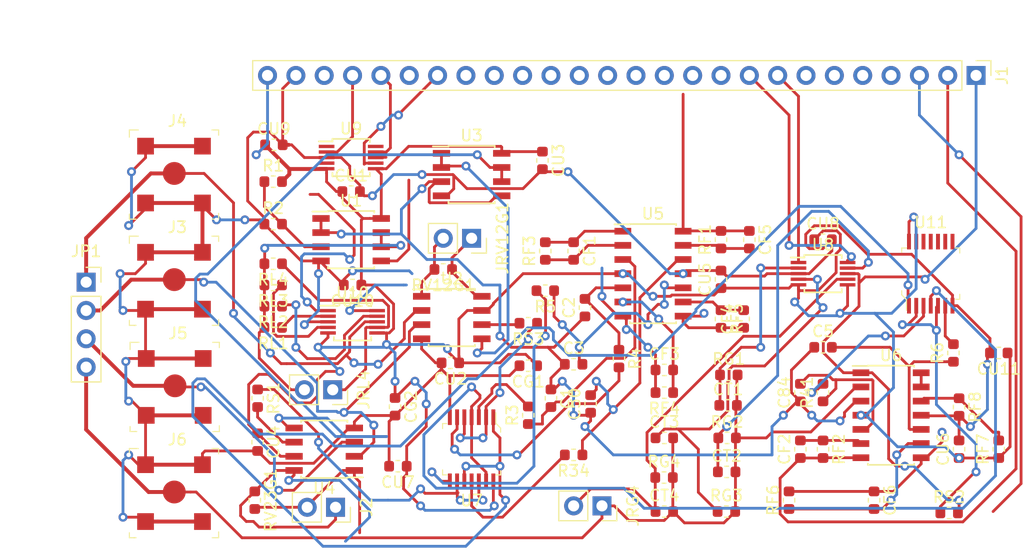
<source format=kicad_pcb>
(kicad_pcb (version 20171130) (host pcbnew 5.1.2-f72e74a~84~ubuntu18.04.1)
  (layers (0 F.Cu signal) (31 B.Cu signal) (34 B.Paste user) (35 F.Paste user) (36 B.SilkS user) (37 F.SilkS user) (38 B.Mask user) (39 F.Mask user) (44 Edge.Cuts user))
  (net 0 "")
  (net 1 GNDREF)
  (net 2 "Net-(C1-Pad2)")
  (net 3 "Net-(C2-Pad2)")
  (net 4 "Net-(C3-Pad2)")
  (net 5 "Net-(C5-Pad2)")
  (net 6 "Net-(C50-Pad2)")
  (net 7 "Net-(C84-Pad2)")
  (net 8 "Net-(CF1-Pad2)")
  (net 9 V12B)
  (net 10 TIB)
  (net 11 "Net-(CF2-Pad2)")
  (net 12 "Net-(CF3-Pad2)")
  (net 13 V12C)
  (net 14 "Net-(CF4-Pad2)")
  (net 15 V23B)
  (net 16 "Net-(CF5-Pad2)")
  (net 17 V23C)
  (net 18 TIC)
  (net 19 "Net-(CF6-Pad2)")
  (net 20 GND)
  (net 21 VCC)
  (net 22 TG1)
  (net 23 P4)
  (net 24 TG2)
  (net 25 TG3)
  (net 26 TG4)
  (net 27 V12A)
  (net 28 P1)
  (net 29 P3)
  (net 30 RL4)
  (net 31 "Net-(JRL4-Pad2)")
  (net 32 "Net-(JRV12G1-Pad2)")
  (net 33 "Net-(JRV12G1-Pad1)")
  (net 34 TIA)
  (net 35 VIN3)
  (net 36 "Net-(R1-Pad1)")
  (net 37 "Net-(RF7-Pad2)")
  (net 38 V23A)
  (net 39 "Net-(U2-Pad5)")
  (net 40 "Net-(U3-Pad6)")
  (net 41 PWM1)
  (net 42 PWM2)
  (net 43 VIN1)
  (net 44 VIN2)
  (net 45 RL1)
  (net 46 RL2)
  (net 47 RL3)
  (net 48 VIND)
  (net 49 "Net-(U6-Pad13)")
  (net 50 RGB)
  (net 51 MUXGA)
  (net 52 MUXRA)
  (net 53 MUXVA)
  (net 54 RGA)
  (net 55 MUXGB)
  (net 56 MUXRB)
  (net 57 MUXVB)
  (net 58 VIN4)
  (net 59 "Net-(R3-Pad2)")
  (net 60 "Net-(R4-Pad2)")
  (net 61 "Net-(R5-Pad2)")
  (net 62 "Net-(R6-Pad2)")
  (net 63 "Net-(R34-Pad2)")
  (net 64 "Net-(R41-Pad2)")
  (net 65 "Net-(RS1-Pad1)")
  (net 66 "Net-(RS2-Pad1)")
  (net 67 "Net-(RS3-Pad1)")
  (net 68 P2)
  (module digikey-footprints:TSSOP-14_W4.4mm (layer F.Cu) (at 91.44 140.208 180)
    (fp_text reference U7 (at 0 -4.6) (layer F.SilkS))
    (fp_text value tmux1511)
    (pad 8 smd rect (at 1.95 -2.875 180) (size 0.35 1.4) (layers F.Cu F.Paste F.Mask) (net 61 "Net-(R5-Pad2)"))
    (pad 9 smd rect (at 1.3 -2.875 180) (size 0.35 1.4) (layers F.Cu F.Paste F.Mask) (net 65 "Net-(RS1-Pad1)"))
    (pad 10 smd rect (at 0.65 -2.875 180) (size 0.35 1.4) (layers F.Cu F.Paste F.Mask) (net 41 PWM1))
    (pad 11 smd rect (at 0 -2.875 180) (size 0.35 1.4) (layers F.Cu F.Paste F.Mask) (net 63 "Net-(R34-Pad2)"))
    (pad 12 smd rect (at -0.65 -2.875 180) (size 0.35 1.4) (layers F.Cu F.Paste F.Mask) (net 65 "Net-(RS1-Pad1)"))
    (pad 13 smd rect (at -1.3 -2.875 180) (size 0.35 1.4) (layers F.Cu F.Paste F.Mask) (net 42 PWM2))
    (pad 14 smd rect (at -1.95 -2.875 180) (size 0.35 1.4) (layers F.Cu F.Paste F.Mask) (net 21 VCC))
    (pad 7 smd rect (at 1.95 2.875 180) (size 0.35 1.4) (layers F.Cu F.Paste F.Mask) (net 20 GND))
    (pad 6 smd rect (at 1.3 2.875 180) (size 0.35 1.4) (layers F.Cu F.Paste F.Mask) (net 60 "Net-(R4-Pad2)"))
    (pad 5 smd rect (at 0.65 2.875 180) (size 0.35 1.4) (layers F.Cu F.Paste F.Mask) (net 67 "Net-(RS3-Pad1)"))
    (pad 4 smd rect (at 0 2.875 180) (size 0.35 1.4) (layers F.Cu F.Paste F.Mask) (net 42 PWM2))
    (pad 3 smd rect (at -0.65 2.875 180) (size 0.35 1.4) (layers F.Cu F.Paste F.Mask) (net 59 "Net-(R3-Pad2)"))
    (pad 2 smd rect (at -1.3 2.875 180) (size 0.35 1.4) (layers F.Cu F.Paste F.Mask) (net 67 "Net-(RS3-Pad1)"))
    (pad 1 smd rect (at -1.95 2.875 180) (size 0.35 1.4) (layers F.Cu F.Paste F.Mask) (net 41 PWM1))
  )
  (module Capacitor_SMD:C_0603_1608Metric (layer F.Cu) (at 80.772 125.476 180)
    (fp_text reference CU10 (at 0 -1.43 180) (layer F.SilkS))
    (fp_text value 0.1uF)
    (pad 2 smd roundrect (at 0.7875 0 180) (size 0.875 0.95) (layers F.Cu F.Paste F.Mask) (net 20 GND))
    (pad 1 smd roundrect (at -0.7875 0 180) (size 0.875 0.95) (layers F.Cu F.Paste F.Mask) (net 21 VCC))
  )
  (module Capacitor_SMD:C_0603_1608Metric (layer F.Cu) (at 98.552 135.636 270)
    (fp_text reference C1 (at 0 -1.43 270) (layer F.SilkS))
    (fp_text value "1 nF")
    (pad 1 smd roundrect (at -0.7875 0 270) (size 0.875 0.95) (layers F.Cu F.Paste F.Mask) (net 1 GNDREF))
    (pad 2 smd roundrect (at 0.7875 0 270) (size 0.875 0.95) (layers F.Cu F.Paste F.Mask) (net 2 "Net-(C1-Pad2)"))
  )
  (module Capacitor_SMD:C_0603_1608Metric (layer F.Cu) (at 101.6 127.508 90)
    (fp_text reference C2 (at 0 -1.43 90) (layer F.SilkS))
    (fp_text value "1 nF")
    (pad 1 smd roundrect (at -0.7875 0 90) (size 0.875 0.95) (layers F.Cu F.Paste F.Mask) (net 1 GNDREF))
    (pad 2 smd roundrect (at 0.7875 0 90) (size 0.875 0.95) (layers F.Cu F.Paste F.Mask) (net 3 "Net-(C2-Pad2)"))
  )
  (module Capacitor_SMD:C_0603_1608Metric (layer F.Cu) (at 100.584 132.588)
    (fp_text reference C3 (at 0 -1.43) (layer F.SilkS))
    (fp_text value "1 nF")
    (pad 1 smd roundrect (at -0.7875 0) (size 0.875 0.95) (layers F.Cu F.Paste F.Mask) (net 1 GNDREF))
    (pad 2 smd roundrect (at 0.7875 0) (size 0.875 0.95) (layers F.Cu F.Paste F.Mask) (net 4 "Net-(C3-Pad2)"))
  )
  (module Capacitor_SMD:C_0603_1608Metric (layer F.Cu) (at 122.936 131.064)
    (fp_text reference C5 (at 0 -1.43) (layer F.SilkS))
    (fp_text value 1nF)
    (pad 2 smd roundrect (at 0.7875 0) (size 0.875 0.95) (layers F.Cu F.Paste F.Mask) (net 5 "Net-(C5-Pad2)"))
    (pad 1 smd roundrect (at -0.7875 0) (size 0.875 0.95) (layers F.Cu F.Paste F.Mask) (net 1 GNDREF))
  )
  (module Capacitor_SMD:C_0603_1608Metric (layer F.Cu) (at 102.108 136.144 90)
    (fp_text reference C50 (at 0 -1.43 90) (layer F.SilkS))
    (fp_text value "1 nF")
    (pad 1 smd roundrect (at -0.7875 0 90) (size 0.875 0.95) (layers F.Cu F.Paste F.Mask) (net 1 GNDREF))
    (pad 2 smd roundrect (at 0.7875 0 90) (size 0.875 0.95) (layers F.Cu F.Paste F.Mask) (net 6 "Net-(C50-Pad2)"))
  )
  (module Capacitor_SMD:C_0603_1608Metric (layer F.Cu) (at 120.904 135.128 90)
    (fp_text reference C84 (at 0 -1.43 270) (layer F.SilkS))
    (fp_text value 1nF)
    (pad 2 smd roundrect (at 0.7875 0 90) (size 0.875 0.95) (layers F.Cu F.Paste F.Mask) (net 7 "Net-(C84-Pad2)"))
    (pad 1 smd roundrect (at -0.7875 0 90) (size 0.875 0.95) (layers F.Cu F.Paste F.Mask) (net 1 GNDREF))
  )
  (module Capacitor_SMD:C_0603_1608Metric (layer F.Cu) (at 100.584 122.428 270)
    (fp_text reference CF1 (at 0 -1.43 90) (layer F.SilkS))
    (fp_text value 1nF)
    (pad 2 smd roundrect (at 0.7875 0 270) (size 0.875 0.95) (layers F.Cu F.Paste F.Mask) (net 8 "Net-(CF1-Pad2)"))
    (pad 1 smd roundrect (at -0.7875 0 270) (size 0.875 0.95) (layers F.Cu F.Paste F.Mask) (net 9 V12B))
  )
  (module Capacitor_SMD:C_0603_1608Metric (layer F.Cu) (at 120.904 140.208 90)
    (fp_text reference CF2 (at 0 -1.43 90) (layer F.SilkS))
    (fp_text value 1nF)
    (pad 1 smd roundrect (at -0.7875 0 90) (size 0.875 0.95) (layers F.Cu F.Paste F.Mask) (net 10 TIB))
    (pad 2 smd roundrect (at 0.7875 0 90) (size 0.875 0.95) (layers F.Cu F.Paste F.Mask) (net 11 "Net-(CF2-Pad2)"))
  )
  (module Capacitor_SMD:C_0603_1608Metric (layer F.Cu) (at 108.712 133.096)
    (fp_text reference CF3 (at 0 -1.43) (layer F.SilkS))
    (fp_text value 1nF)
    (pad 2 smd roundrect (at 0.7875 0) (size 0.875 0.95) (layers F.Cu F.Paste F.Mask) (net 12 "Net-(CF3-Pad2)"))
    (pad 1 smd roundrect (at -0.7875 0) (size 0.875 0.95) (layers F.Cu F.Paste F.Mask) (net 13 V12C))
  )
  (module Capacitor_SMD:C_0603_1608Metric (layer F.Cu) (at 115.824 128.524 90)
    (fp_text reference CF4 (at 0 -1.43 90) (layer F.SilkS))
    (fp_text value 1nF)
    (pad 2 smd roundrect (at 0.7875 0 90) (size 0.875 0.95) (layers F.Cu F.Paste F.Mask) (net 14 "Net-(CF4-Pad2)"))
    (pad 1 smd roundrect (at -0.7875 0 90) (size 0.875 0.95) (layers F.Cu F.Paste F.Mask) (net 15 V23B))
  )
  (module Capacitor_SMD:C_0603_1608Metric (layer F.Cu) (at 116.332 121.412 270)
    (fp_text reference CF5 (at 0 -1.43 90) (layer F.SilkS))
    (fp_text value 1nF)
    (pad 2 smd roundrect (at 0.7875 0 270) (size 0.875 0.95) (layers F.Cu F.Paste F.Mask) (net 16 "Net-(CF5-Pad2)"))
    (pad 1 smd roundrect (at -0.7875 0 270) (size 0.875 0.95) (layers F.Cu F.Paste F.Mask) (net 17 V23C))
  )
  (module Capacitor_SMD:C_0603_1608Metric (layer F.Cu) (at 127.508 144.78 270)
    (fp_text reference CF6 (at 0 -1.43 90) (layer F.SilkS))
    (fp_text value 1nF)
    (pad 1 smd roundrect (at -0.7875 0 270) (size 0.875 0.95) (layers F.Cu F.Paste F.Mask) (net 18 TIC))
    (pad 2 smd roundrect (at 0.7875 0 270) (size 0.875 0.95) (layers F.Cu F.Paste F.Mask) (net 19 "Net-(CF6-Pad2)"))
  )
  (module Capacitor_SMD:C_0603_1608Metric (layer F.Cu) (at 96.52 132.715 180)
    (fp_text reference CG1 (at 0 -1.43) (layer F.SilkS))
    (fp_text value 10uF)
    (pad 2 smd roundrect (at 0.7875 0 180) (size 0.875 0.95) (layers F.Cu F.Paste F.Mask) (net 20 GND))
    (pad 1 smd roundrect (at -0.7875 0 180) (size 0.875 0.95) (layers F.Cu F.Paste F.Mask) (net 21 VCC))
  )
  (module Capacitor_SMD:C_0603_1608Metric (layer F.Cu) (at 84.582 136.398 270)
    (fp_text reference CG2 (at 0 -1.43 270) (layer F.SilkS))
    (fp_text value 10uF)
    (pad 2 smd roundrect (at 0.7875 0 270) (size 0.875 0.95) (layers F.Cu F.Paste F.Mask) (net 20 GND))
    (pad 1 smd roundrect (at -0.7875 0 270) (size 0.875 0.95) (layers F.Cu F.Paste F.Mask) (net 21 VCC))
  )
  (module Capacitor_SMD:C_0603_1608Metric (layer F.Cu) (at 114.427 136.271)
    (fp_text reference CT1 (at 0 -1.43) (layer F.SilkS))
    (fp_text value 1nF)
    (pad 1 smd roundrect (at -0.7875 0) (size 0.875 0.95) (layers F.Cu F.Paste F.Mask) (net 22 TG1))
    (pad 2 smd roundrect (at 0.7875 0) (size 0.875 0.95) (layers F.Cu F.Paste F.Mask) (net 23 P4))
  )
  (module Capacitor_SMD:C_0603_1608Metric (layer F.Cu) (at 114.3 142.24)
    (fp_text reference CT2 (at 0 -1.43) (layer F.SilkS))
    (fp_text value 1nF)
    (pad 1 smd roundrect (at -0.7875 0) (size 0.875 0.95) (layers F.Cu F.Paste F.Mask) (net 24 TG2))
    (pad 2 smd roundrect (at 0.7875 0) (size 0.875 0.95) (layers F.Cu F.Paste F.Mask) (net 23 P4))
  )
  (module Capacitor_SMD:C_0603_1608Metric (layer F.Cu) (at 108.712 139.192)
    (fp_text reference CT3 (at 0 -1.43) (layer F.SilkS))
    (fp_text value 1nF)
    (pad 2 smd roundrect (at 0.7875 0) (size 0.875 0.95) (layers F.Cu F.Paste F.Mask) (net 23 P4))
    (pad 1 smd roundrect (at -0.7875 0) (size 0.875 0.95) (layers F.Cu F.Paste F.Mask) (net 25 TG3))
  )
  (module Capacitor_SMD:C_0603_1608Metric (layer F.Cu) (at 108.712 145.796)
    (fp_text reference CT4 (at 0 -1.43 180) (layer F.SilkS))
    (fp_text value 1nF)
    (pad 1 smd roundrect (at -0.7875 0) (size 0.875 0.95) (layers F.Cu F.Paste F.Mask) (net 26 TG4))
    (pad 2 smd roundrect (at 0.7875 0) (size 0.875 0.95) (layers F.Cu F.Paste F.Mask) (net 23 P4))
  )
  (module Capacitor_SMD:C_0603_1608Metric (layer F.Cu) (at 80.645 117.094)
    (fp_text reference CU1 (at 0 -1.43) (layer F.SilkS))
    (fp_text value 0.1uF)
    (pad 2 smd roundrect (at 0.7875 0) (size 0.875 0.95) (layers F.Cu F.Paste F.Mask) (net 20 GND))
    (pad 1 smd roundrect (at -0.7875 0) (size 0.875 0.95) (layers F.Cu F.Paste F.Mask) (net 21 VCC))
  )
  (module Capacitor_SMD:C_0603_1608Metric (layer F.Cu) (at 89.535 132.461 180)
    (fp_text reference CU2 (at 0 -1.43 180) (layer F.SilkS))
    (fp_text value 0.1uF)
    (pad 2 smd roundrect (at 0.7875 0 180) (size 0.875 0.95) (layers F.Cu F.Paste F.Mask) (net 20 GND))
    (pad 1 smd roundrect (at -0.7875 0 180) (size 0.875 0.95) (layers F.Cu F.Paste F.Mask) (net 21 VCC))
  )
  (module Capacitor_SMD:C_0603_1608Metric (layer F.Cu) (at 97.79 114.3 270)
    (fp_text reference CU3 (at 0 -1.43 90) (layer F.SilkS))
    (fp_text value 0.1uF)
    (pad 1 smd roundrect (at -0.7875 0 270) (size 0.875 0.95) (layers F.Cu F.Paste F.Mask) (net 21 VCC))
    (pad 2 smd roundrect (at 0.7875 0 270) (size 0.875 0.95) (layers F.Cu F.Paste F.Mask) (net 20 GND))
  )
  (module Capacitor_SMD:C_0603_1608Metric (layer F.Cu) (at 72.263 139.573 270)
    (fp_text reference CU4 (at 0 -1.43 90) (layer F.SilkS))
    (fp_text value 0.1uF)
    (pad 2 smd roundrect (at 0.7875 0 270) (size 0.875 0.95) (layers F.Cu F.Paste F.Mask) (net 20 GND))
    (pad 1 smd roundrect (at -0.7875 0 270) (size 0.875 0.95) (layers F.Cu F.Paste F.Mask) (net 21 VCC))
  )
  (module Capacitor_SMD:C_0603_1608Metric (layer F.Cu) (at 113.792 124.968 90)
    (fp_text reference CU5 (at 0 -1.43 270) (layer F.SilkS))
    (fp_text value 0.1uF)
    (pad 1 smd roundrect (at -0.7875 0 90) (size 0.875 0.95) (layers F.Cu F.Paste F.Mask) (net 21 VCC))
    (pad 2 smd roundrect (at 0.7875 0 90) (size 0.875 0.95) (layers F.Cu F.Paste F.Mask) (net 20 GND))
  )
  (module Capacitor_SMD:C_0603_1608Metric (layer F.Cu) (at 135.128 140.208 90)
    (fp_text reference CU6 (at 0 -1.43 270) (layer F.SilkS))
    (fp_text value 0.1uF)
    (pad 2 smd roundrect (at 0.7875 0 90) (size 0.875 0.95) (layers F.Cu F.Paste F.Mask) (net 20 GND))
    (pad 1 smd roundrect (at -0.7875 0 90) (size 0.875 0.95) (layers F.Cu F.Paste F.Mask) (net 21 VCC))
  )
  (module Capacitor_SMD:C_0603_1608Metric (layer F.Cu) (at 84.836 141.732 180)
    (fp_text reference CU7 (at 0 -1.43 180) (layer F.SilkS))
    (fp_text value 0.1uF)
    (pad 1 smd roundrect (at -0.7875 0 180) (size 0.875 0.95) (layers F.Cu F.Paste F.Mask) (net 21 VCC))
    (pad 2 smd roundrect (at 0.7875 0 180) (size 0.875 0.95) (layers F.Cu F.Paste F.Mask) (net 20 GND))
  )
  (module Capacitor_SMD:C_0603_1608Metric (layer F.Cu) (at 122.936 121.412)
    (fp_text reference CU8 (at 0 -1.43) (layer F.SilkS))
    (fp_text value 0.1uF)
    (pad 1 smd roundrect (at -0.7875 0) (size 0.875 0.95) (layers F.Cu F.Paste F.Mask) (net 21 VCC))
    (pad 2 smd roundrect (at 0.7875 0) (size 0.875 0.95) (layers F.Cu F.Paste F.Mask) (net 20 GND))
  )
  (module Capacitor_SMD:C_0603_1608Metric (layer F.Cu) (at 73.7235 112.903)
    (fp_text reference CU9 (at 0 -1.43) (layer F.SilkS))
    (fp_text value 0.1uF)
    (pad 1 smd roundrect (at -0.7875 0) (size 0.875 0.95) (layers F.Cu F.Paste F.Mask) (net 21 VCC))
    (pad 2 smd roundrect (at 0.7875 0) (size 0.875 0.95) (layers F.Cu F.Paste F.Mask) (net 20 GND))
  )
  (module Connector_PinSocket_2.54mm:PinSocket_1x02_P2.54mm_Vertical (layer F.Cu) (at 103.124 145.288 270)
    (fp_text reference JRG4 (at 0 -2.77 90) (layer F.SilkS))
    (fp_text value Conn_01x02)
    (pad 2 thru_hole oval (at 0 2.54 270) (size 1.7 1.7) (drill 1) (layers *.Cu *.Mask) (net 26 TG4))
    (pad 1 thru_hole rect (at 0 0 270) (size 1.7 1.7) (drill 1) (layers *.Cu *.Mask) (net 23 P4))
  )
  (module Connector_PinSocket_2.54mm:PinSocket_1x02_P2.54mm_Vertical (layer F.Cu) (at 78.994 134.874 270)
    (fp_text reference JRL4 (at 0 -2.77 270) (layer F.SilkS))
    (fp_text value Conn_01x02)
    (pad 1 thru_hole rect (at 0 0 270) (size 1.7 1.7) (drill 1) (layers *.Cu *.Mask) (net 30 RL4))
    (pad 2 thru_hole oval (at 0 2.54 270) (size 1.7 1.7) (drill 1) (layers *.Cu *.Mask) (net 31 "Net-(JRL4-Pad2)"))
  )
  (module Connector_PinSocket_2.54mm:PinSocket_1x02_P2.54mm_Vertical (layer F.Cu) (at 91.44 121.285 270)
    (fp_text reference JRV12G1 (at 0 -2.77 270) (layer F.SilkS))
    (fp_text value Conn_01x02)
    (pad 2 thru_hole oval (at 0 2.54 270) (size 1.7 1.7) (drill 1) (layers *.Cu *.Mask) (net 32 "Net-(JRV12G1-Pad2)"))
    (pad 1 thru_hole rect (at 0 0 270) (size 1.7 1.7) (drill 1) (layers *.Cu *.Mask) (net 33 "Net-(JRV12G1-Pad1)"))
  )
  (module Resistor_SMD:R_0603_1608Metric (layer F.Cu) (at 73.66 116.205)
    (fp_text reference R1 (at 0 -1.43) (layer F.SilkS))
    (fp_text value R)
    (pad 2 smd roundrect (at 0.7875 0) (size 0.875 0.95) (layers F.Cu F.Paste F.Mask) (net 21 VCC))
    (pad 1 smd roundrect (at -0.7875 0) (size 0.875 0.95) (layers F.Cu F.Paste F.Mask) (net 36 "Net-(R1-Pad1)"))
  )
  (module Resistor_SMD:R_0603_1608Metric (layer F.Cu) (at 73.66 120.015)
    (fp_text reference R2 (at 0 -1.43 180) (layer F.SilkS))
    (fp_text value R)
    (pad 2 smd roundrect (at 0.7875 0) (size 0.875 0.95) (layers F.Cu F.Paste F.Mask) (net 36 "Net-(R1-Pad1)"))
    (pad 1 smd roundrect (at -0.7875 0) (size 0.875 0.95) (layers F.Cu F.Paste F.Mask) (net 20 GND))
  )
  (module Resistor_SMD:R_0603_1608Metric (layer F.Cu) (at 96.52 137.16 90)
    (fp_text reference R3 (at 0 -1.43 90) (layer F.SilkS))
    (fp_text value 430)
    (pad 1 smd roundrect (at -0.7875 0 90) (size 0.875 0.95) (layers F.Cu F.Paste F.Mask) (net 2 "Net-(C1-Pad2)"))
    (pad 2 smd roundrect (at 0.7875 0 90) (size 0.875 0.95) (layers F.Cu F.Paste F.Mask) (net 59 "Net-(R3-Pad2)"))
  )
  (module Resistor_SMD:R_0603_1608Metric (layer F.Cu) (at 104.648 132.08 270)
    (fp_text reference R4 (at 0 -1.43 270) (layer F.SilkS))
    (fp_text value 430)
    (pad 1 smd roundrect (at -0.7875 0 270) (size 0.875 0.95) (layers F.Cu F.Paste F.Mask) (net 3 "Net-(C2-Pad2)"))
    (pad 2 smd roundrect (at 0.7875 0 270) (size 0.875 0.95) (layers F.Cu F.Paste F.Mask) (net 60 "Net-(R4-Pad2)"))
  )
  (module Resistor_SMD:R_0603_1608Metric (layer F.Cu) (at 98.044 125.984 180)
    (fp_text reference R5 (at 0 -1.43 180) (layer F.SilkS))
    (fp_text value 430)
    (pad 2 smd roundrect (at 0.7875 0 180) (size 0.875 0.95) (layers F.Cu F.Paste F.Mask) (net 61 "Net-(R5-Pad2)"))
    (pad 1 smd roundrect (at -0.7875 0 180) (size 0.875 0.95) (layers F.Cu F.Paste F.Mask) (net 4 "Net-(C3-Pad2)"))
  )
  (module Resistor_SMD:R_0603_1608Metric (layer F.Cu) (at 134.62 131.572 90)
    (fp_text reference R6 (at 0 -1.43 90) (layer F.SilkS))
    (fp_text value 430)
    (pad 1 smd roundrect (at -0.7875 0 90) (size 0.875 0.95) (layers F.Cu F.Paste F.Mask) (net 5 "Net-(C5-Pad2)"))
    (pad 2 smd roundrect (at 0.7875 0 90) (size 0.875 0.95) (layers F.Cu F.Paste F.Mask) (net 62 "Net-(R6-Pad2)"))
  )
  (module Resistor_SMD:R_0603_1608Metric (layer F.Cu) (at 100.584 140.716 180)
    (fp_text reference R34 (at 0 -1.43 180) (layer F.SilkS))
    (fp_text value 430)
    (pad 1 smd roundrect (at -0.7875 0 180) (size 0.875 0.95) (layers F.Cu F.Paste F.Mask) (net 6 "Net-(C50-Pad2)"))
    (pad 2 smd roundrect (at 0.7875 0 180) (size 0.875 0.95) (layers F.Cu F.Paste F.Mask) (net 63 "Net-(R34-Pad2)"))
  )
  (module Resistor_SMD:R_0603_1608Metric (layer F.Cu) (at 122.936 135.128 90)
    (fp_text reference R41 (at 0 -1.43 270) (layer F.SilkS))
    (fp_text value 430)
    (pad 2 smd roundrect (at 0.7875 0 90) (size 0.875 0.95) (layers F.Cu F.Paste F.Mask) (net 64 "Net-(R41-Pad2)"))
    (pad 1 smd roundrect (at -0.7875 0 90) (size 0.875 0.95) (layers F.Cu F.Paste F.Mask) (net 7 "Net-(C84-Pad2)"))
  )
  (module Resistor_SMD:R_0603_1608Metric (layer F.Cu) (at 113.792 121.412 90)
    (fp_text reference RF1 (at 0 -1.43 90) (layer F.SilkS))
    (fp_text value 1K)
    (pad 2 smd roundrect (at 0.7875 0 90) (size 0.875 0.95) (layers F.Cu F.Paste F.Mask) (net 17 V23C))
    (pad 1 smd roundrect (at -0.7875 0 90) (size 0.875 0.95) (layers F.Cu F.Paste F.Mask) (net 16 "Net-(CF5-Pad2)"))
  )
  (module Resistor_SMD:R_0603_1608Metric (layer F.Cu) (at 122.936 140.208 270)
    (fp_text reference RF2 (at 0 -1.43 270) (layer F.SilkS))
    (fp_text value 1K)
    (pad 1 smd roundrect (at -0.7875 0 270) (size 0.875 0.95) (layers F.Cu F.Paste F.Mask) (net 11 "Net-(CF2-Pad2)"))
    (pad 2 smd roundrect (at 0.7875 0 270) (size 0.875 0.95) (layers F.Cu F.Paste F.Mask) (net 10 TIB))
  )
  (module Resistor_SMD:R_0603_1608Metric (layer F.Cu) (at 98.044 122.428 90)
    (fp_text reference RF3 (at 0 -1.43 90) (layer F.SilkS))
    (fp_text value 1K)
    (pad 2 smd roundrect (at 0.7875 0 90) (size 0.875 0.95) (layers F.Cu F.Paste F.Mask) (net 9 V12B))
    (pad 1 smd roundrect (at -0.7875 0 90) (size 0.875 0.95) (layers F.Cu F.Paste F.Mask) (net 8 "Net-(CF1-Pad2)"))
  )
  (module Resistor_SMD:R_0603_1608Metric (layer F.Cu) (at 108.712 135.128 180)
    (fp_text reference RF4 (at 0 -1.43 180) (layer F.SilkS))
    (fp_text value 1K)
    (pad 2 smd roundrect (at 0.7875 0 180) (size 0.875 0.95) (layers F.Cu F.Paste F.Mask) (net 13 V12C))
    (pad 1 smd roundrect (at -0.7875 0 180) (size 0.875 0.95) (layers F.Cu F.Paste F.Mask) (net 12 "Net-(CF3-Pad2)"))
  )
  (module Resistor_SMD:R_0603_1608Metric (layer F.Cu) (at 113.792 128.524 270)
    (fp_text reference RF5 (at 0 -1.43 270) (layer F.SilkS))
    (fp_text value 1K)
    (pad 1 smd roundrect (at -0.7875 0 270) (size 0.875 0.95) (layers F.Cu F.Paste F.Mask) (net 14 "Net-(CF4-Pad2)"))
    (pad 2 smd roundrect (at 0.7875 0 270) (size 0.875 0.95) (layers F.Cu F.Paste F.Mask) (net 15 V23B))
  )
  (module Resistor_SMD:R_0603_1608Metric (layer F.Cu) (at 119.888 144.78 90)
    (fp_text reference RF6 (at 0 -1.43 270) (layer F.SilkS))
    (fp_text value 1K)
    (pad 2 smd roundrect (at 0.7875 0 90) (size 0.875 0.95) (layers F.Cu F.Paste F.Mask) (net 18 TIC))
    (pad 1 smd roundrect (at -0.7875 0 90) (size 0.875 0.95) (layers F.Cu F.Paste F.Mask) (net 19 "Net-(CF6-Pad2)"))
  )
  (module Resistor_SMD:R_0603_1608Metric (layer F.Cu) (at 138.684 140.208 90)
    (fp_text reference RF7 (at 0 -1.43 270) (layer F.SilkS))
    (fp_text value 1K)
    (pad 2 smd roundrect (at 0.7875 0 90) (size 0.875 0.95) (layers F.Cu F.Paste F.Mask) (net 37 "Net-(RF7-Pad2)"))
    (pad 1 smd roundrect (at -0.7875 0 90) (size 0.875 0.95) (layers F.Cu F.Paste F.Mask) (net 21 VCC))
  )
  (module Resistor_SMD:R_0603_1608Metric (layer F.Cu) (at 135.128 136.4235 270)
    (fp_text reference RF8 (at 0 -1.43 270) (layer F.SilkS))
    (fp_text value 1K)
    (pad 1 smd roundrect (at -0.7875 0 270) (size 0.875 0.95) (layers F.Cu F.Paste F.Mask) (net 37 "Net-(RF7-Pad2)"))
    (pad 2 smd roundrect (at 0.7875 0 270) (size 0.875 0.95) (layers F.Cu F.Paste F.Mask) (net 20 GND))
  )
  (module Resistor_SMD:R_0603_1608Metric (layer F.Cu) (at 114.4905 133.5405)
    (fp_text reference RG1 (at 0 -1.43) (layer F.SilkS))
    (fp_text value R47)
    (pad 2 smd roundrect (at 0.7875 0) (size 0.875 0.95) (layers F.Cu F.Paste F.Mask) (net 23 P4))
    (pad 1 smd roundrect (at -0.7875 0) (size 0.875 0.95) (layers F.Cu F.Paste F.Mask) (net 22 TG1))
  )
  (module Resistor_SMD:R_0603_1608Metric (layer F.Cu) (at 114.338 139.192)
    (fp_text reference RG2 (at 0 -1.43) (layer F.SilkS))
    (fp_text value R47)
    (pad 1 smd roundrect (at -0.7875 0) (size 0.875 0.95) (layers F.Cu F.Paste F.Mask) (net 24 TG2))
    (pad 2 smd roundrect (at 0.7875 0) (size 0.875 0.95) (layers F.Cu F.Paste F.Mask) (net 23 P4))
  )
  (module Resistor_SMD:R_0603_1608Metric (layer F.Cu) (at 114.2745 145.796)
    (fp_text reference RG3 (at 0 -1.43) (layer F.SilkS))
    (fp_text value R47)
    (pad 2 smd roundrect (at 0.7875 0) (size 0.875 0.95) (layers F.Cu F.Paste F.Mask) (net 23 P4))
    (pad 1 smd roundrect (at -0.7875 0) (size 0.875 0.95) (layers F.Cu F.Paste F.Mask) (net 25 TG3))
  )
  (module Resistor_SMD:R_0603_1608Metric (layer F.Cu) (at 108.6865 142.748)
    (fp_text reference RG4 (at 0 -1.43) (layer F.SilkS))
    (fp_text value R47)
    (pad 1 smd roundrect (at -0.7875 0) (size 0.875 0.95) (layers F.Cu F.Paste F.Mask) (net 26 TG4))
    (pad 2 smd roundrect (at 0.7875 0) (size 0.875 0.95) (layers F.Cu F.Paste F.Mask) (net 23 P4))
  )
  (module Resistor_SMD:R_0603_1608Metric (layer F.Cu) (at 73.66 129.286 180)
    (fp_text reference RL1 (at 0 -1.43) (layer F.SilkS))
    (fp_text value R)
    (pad 1 smd roundrect (at -0.7875 0 180) (size 0.875 0.95) (layers F.Cu F.Paste F.Mask) (net 45 RL1))
    (pad 2 smd roundrect (at 0.7875 0 180) (size 0.875 0.95) (layers F.Cu F.Paste F.Mask) (net 31 "Net-(JRL4-Pad2)"))
  )
  (module Resistor_SMD:R_0603_1608Metric (layer F.Cu) (at 73.66 127.381 180)
    (fp_text reference RL2 (at 0 -1.43) (layer F.SilkS))
    (fp_text value R)
    (pad 1 smd roundrect (at -0.7875 0 180) (size 0.875 0.95) (layers F.Cu F.Paste F.Mask) (net 46 RL2))
    (pad 2 smd roundrect (at 0.7875 0 180) (size 0.875 0.95) (layers F.Cu F.Paste F.Mask) (net 31 "Net-(JRL4-Pad2)"))
  )
  (module Resistor_SMD:R_0603_1608Metric (layer F.Cu) (at 73.66 125.476 180)
    (fp_text reference RL3 (at 0 -1.43) (layer F.SilkS))
    (fp_text value R)
    (pad 1 smd roundrect (at -0.7875 0 180) (size 0.875 0.95) (layers F.Cu F.Paste F.Mask) (net 47 RL3))
    (pad 2 smd roundrect (at 0.7875 0 180) (size 0.875 0.95) (layers F.Cu F.Paste F.Mask) (net 31 "Net-(JRL4-Pad2)"))
  )
  (module Resistor_SMD:R_0603_1608Metric (layer F.Cu) (at 72.263 135.636 270)
    (fp_text reference RS1 (at 0 -1.43 270) (layer F.SilkS))
    (fp_text value 430)
    (pad 2 smd roundrect (at 0.7875 0 270) (size 0.875 0.95) (layers F.Cu F.Paste F.Mask) (net 38 V23A))
    (pad 1 smd roundrect (at -0.7875 0 270) (size 0.875 0.95) (layers F.Cu F.Paste F.Mask) (net 65 "Net-(RS1-Pad1)"))
  )
  (module Resistor_SMD:R_0603_1608Metric (layer F.Cu) (at 134.239 145.923)
    (fp_text reference RS2 (at 0 -1.43) (layer F.SilkS))
    (fp_text value 430)
    (pad 1 smd roundrect (at -0.7875 0) (size 0.875 0.95) (layers F.Cu F.Paste F.Mask) (net 66 "Net-(RS2-Pad1)"))
    (pad 2 smd roundrect (at 0.7875 0) (size 0.875 0.95) (layers F.Cu F.Paste F.Mask) (net 34 TIA))
  )
  (module Resistor_SMD:R_0603_1608Metric (layer F.Cu) (at 96.52 128.905 180)
    (fp_text reference RS3 (at 0 -1.43) (layer F.SilkS))
    (fp_text value 430)
    (pad 2 smd roundrect (at 0.7875 0 180) (size 0.875 0.95) (layers F.Cu F.Paste F.Mask) (net 27 V12A))
    (pad 1 smd roundrect (at -0.7875 0 180) (size 0.875 0.95) (layers F.Cu F.Paste F.Mask) (net 67 "Net-(RS3-Pad1)"))
  )
  (module Resistor_SMD:R_0603_1608Metric (layer F.Cu) (at 88.9 124.079 180)
    (fp_text reference RV12G1 (at 0 -1.43 180) (layer F.SilkS))
    (fp_text value R)
    (pad 1 smd roundrect (at -0.7875 0 180) (size 0.875 0.95) (layers F.Cu F.Paste F.Mask) (net 33 "Net-(JRV12G1-Pad1)"))
    (pad 2 smd roundrect (at 0.7875 0 180) (size 0.875 0.95) (layers F.Cu F.Paste F.Mask) (net 32 "Net-(JRV12G1-Pad2)"))
  )
  (module Resistor_SMD:R_0603_1608Metric (layer F.Cu) (at 72.009 144.78 270)
    (fp_text reference RV23G1 (at 0 -1.43 270) (layer F.SilkS))
    (fp_text value R)
    (pad 1 smd roundrect (at -0.7875 0 270) (size 0.875 0.95) (layers F.Cu F.Paste F.Mask) (net 50 RGB))
    (pad 2 smd roundrect (at 0.7875 0 270) (size 0.875 0.95) (layers F.Cu F.Paste F.Mask) (net 54 RGA))
  )
  (module Package_SO:SOIC-8_3.9x4.9mm_P1.27mm (layer F.Cu) (at 89.662 128.397)
    (fp_text reference U2 (at 0 -3.5) (layer F.SilkS))
    (fp_text value AD623)
    (pad 8 smd rect (at 2.7 -1.905) (size 1.55 0.6) (layers F.Cu F.Paste F.Mask) (net 33 "Net-(JRV12G1-Pad1)"))
    (pad 7 smd rect (at 2.7 -0.635) (size 1.55 0.6) (layers F.Cu F.Paste F.Mask) (net 21 VCC))
    (pad 6 smd rect (at 2.7 0.635) (size 1.55 0.6) (layers F.Cu F.Paste F.Mask) (net 27 V12A))
    (pad 5 smd rect (at 2.7 1.905) (size 1.55 0.6) (layers F.Cu F.Paste F.Mask) (net 39 "Net-(U2-Pad5)"))
    (pad 4 smd rect (at -2.7 1.905) (size 1.55 0.6) (layers F.Cu F.Paste F.Mask) (net 20 GND))
    (pad 3 smd rect (at -2.7 0.635) (size 1.55 0.6) (layers F.Cu F.Paste F.Mask) (net 68 P2))
    (pad 2 smd rect (at -2.7 -0.635) (size 1.55 0.6) (layers F.Cu F.Paste F.Mask) (net 28 P1))
    (pad 1 smd rect (at -2.7 -1.905) (size 1.55 0.6) (layers F.Cu F.Paste F.Mask) (net 32 "Net-(JRV12G1-Pad2)"))
  )
  (module Package_SO:SOIC-8_3.9x4.9mm_P1.27mm (layer F.Cu) (at 78.232 140.208 180)
    (fp_text reference U4 (at 0 -3.5) (layer F.SilkS))
    (fp_text value AD623)
    (pad 1 smd rect (at -2.7 -1.905 180) (size 1.55 0.6) (layers F.Cu F.Paste F.Mask) (net 54 RGA))
    (pad 2 smd rect (at -2.7 -0.635 180) (size 1.55 0.6) (layers F.Cu F.Paste F.Mask) (net 68 P2))
    (pad 3 smd rect (at -2.7 0.635 180) (size 1.55 0.6) (layers F.Cu F.Paste F.Mask) (net 29 P3))
    (pad 4 smd rect (at -2.7 1.905 180) (size 1.55 0.6) (layers F.Cu F.Paste F.Mask) (net 20 GND))
    (pad 5 smd rect (at 2.7 1.905 180) (size 1.55 0.6) (layers F.Cu F.Paste F.Mask) (net 40 "Net-(U3-Pad6)"))
    (pad 6 smd rect (at 2.7 0.635 180) (size 1.55 0.6) (layers F.Cu F.Paste F.Mask) (net 38 V23A))
    (pad 7 smd rect (at 2.7 -0.635 180) (size 1.55 0.6) (layers F.Cu F.Paste F.Mask) (net 21 VCC))
    (pad 8 smd rect (at 2.7 -1.905 180) (size 1.55 0.6) (layers F.Cu F.Paste F.Mask) (net 50 RGB))
  )
  (module Package_SO:SOIC-8_3.9x4.9mm_P1.27mm (layer F.Cu) (at 80.645 121.412)
    (fp_text reference U1 (at 0 -3.5) (layer F.SilkS))
    (fp_text value LMC6482)
    (pad 1 smd rect (at -2.7 -1.905) (size 1.55 0.6) (layers F.Cu F.Paste F.Mask) (net 1 GNDREF))
    (pad 2 smd rect (at -2.7 -0.635) (size 1.55 0.6) (layers F.Cu F.Paste F.Mask) (net 1 GNDREF))
    (pad 3 smd rect (at -2.7 0.635) (size 1.55 0.6) (layers F.Cu F.Paste F.Mask) (net 36 "Net-(R1-Pad1)"))
    (pad 4 smd rect (at -2.7 1.905) (size 1.55 0.6) (layers F.Cu F.Paste F.Mask) (net 20 GND))
    (pad 5 smd rect (at 2.7 1.905) (size 1.55 0.6) (layers F.Cu F.Paste F.Mask) (net 48 VIND))
    (pad 6 smd rect (at 2.7 0.635) (size 1.55 0.6) (layers F.Cu F.Paste F.Mask) (net 31 "Net-(JRL4-Pad2)"))
    (pad 7 smd rect (at 2.7 -0.635) (size 1.55 0.6) (layers F.Cu F.Paste F.Mask) (net 31 "Net-(JRL4-Pad2)"))
    (pad 8 smd rect (at 2.7 -1.905) (size 1.55 0.6) (layers F.Cu F.Paste F.Mask) (net 21 VCC))
  )
  (module Package_SO:SOIC-8_3.9x4.9mm_P1.27mm (layer F.Cu) (at 91.44 115.57)
    (fp_text reference U3 (at 0 -3.5) (layer F.SilkS))
    (fp_text value LMC6482)
    (pad 8 smd rect (at 2.7 -1.905) (size 1.55 0.6) (layers F.Cu F.Paste F.Mask) (net 21 VCC))
    (pad 7 smd rect (at 2.7 -0.635) (size 1.55 0.6) (layers F.Cu F.Paste F.Mask) (net 40 "Net-(U3-Pad6)"))
    (pad 6 smd rect (at 2.7 0.635) (size 1.55 0.6) (layers F.Cu F.Paste F.Mask) (net 40 "Net-(U3-Pad6)"))
    (pad 5 smd rect (at 2.7 1.905) (size 1.55 0.6) (layers F.Cu F.Paste F.Mask) (net 1 GNDREF))
    (pad 4 smd rect (at -2.7 1.905) (size 1.55 0.6) (layers F.Cu F.Paste F.Mask) (net 20 GND))
    (pad 3 smd rect (at -2.7 0.635) (size 1.55 0.6) (layers F.Cu F.Paste F.Mask) (net 1 GNDREF))
    (pad 2 smd rect (at -2.7 -0.635) (size 1.55 0.6) (layers F.Cu F.Paste F.Mask) (net 39 "Net-(U2-Pad5)"))
    (pad 1 smd rect (at -2.7 -1.905) (size 1.55 0.6) (layers F.Cu F.Paste F.Mask) (net 39 "Net-(U2-Pad5)"))
  )
  (module Package_SO:SOIC-14_3.9x8.7mm_P1.27mm (layer F.Cu) (at 107.696 124.46)
    (fp_text reference U5 (at 0 -5.375) (layer F.SilkS))
    (fp_text value LMC6484)
    (pad 14 smd rect (at 2.7 -3.81) (size 1.5 0.6) (layers F.Cu F.Paste F.Mask) (net 17 V23C))
    (pad 13 smd rect (at 2.7 -2.54) (size 1.5 0.6) (layers F.Cu F.Paste F.Mask) (net 16 "Net-(CF5-Pad2)"))
    (pad 12 smd rect (at 2.7 -1.27) (size 1.5 0.6) (layers F.Cu F.Paste F.Mask) (net 6 "Net-(C50-Pad2)"))
    (pad 11 smd rect (at 2.7 0) (size 1.5 0.6) (layers F.Cu F.Paste F.Mask) (net 20 GND))
    (pad 10 smd rect (at 2.7 1.27) (size 1.5 0.6) (layers F.Cu F.Paste F.Mask) (net 4 "Net-(C3-Pad2)"))
    (pad 9 smd rect (at 2.7 2.54) (size 1.5 0.6) (layers F.Cu F.Paste F.Mask) (net 14 "Net-(CF4-Pad2)"))
    (pad 8 smd rect (at 2.7 3.81) (size 1.5 0.6) (layers F.Cu F.Paste F.Mask) (net 15 V23B))
    (pad 7 smd rect (at -2.7 3.81) (size 1.5 0.6) (layers F.Cu F.Paste F.Mask) (net 13 V12C))
    (pad 6 smd rect (at -2.7 2.54) (size 1.5 0.6) (layers F.Cu F.Paste F.Mask) (net 12 "Net-(CF3-Pad2)"))
    (pad 5 smd rect (at -2.7 1.27) (size 1.5 0.6) (layers F.Cu F.Paste F.Mask) (net 3 "Net-(C2-Pad2)"))
    (pad 4 smd rect (at -2.7 0) (size 1.5 0.6) (layers F.Cu F.Paste F.Mask) (net 21 VCC))
    (pad 3 smd rect (at -2.7 -1.27) (size 1.5 0.6) (layers F.Cu F.Paste F.Mask) (net 2 "Net-(C1-Pad2)"))
    (pad 2 smd rect (at -2.7 -2.54) (size 1.5 0.6) (layers F.Cu F.Paste F.Mask) (net 8 "Net-(CF1-Pad2)"))
    (pad 1 smd rect (at -2.7 -3.81) (size 1.5 0.6) (layers F.Cu F.Paste F.Mask) (net 9 V12B))
  )
  (module Package_SO:SOIC-14_3.9x8.7mm_P1.27mm (layer F.Cu) (at 129.032 137.16)
    (fp_text reference U6 (at 0 -5.375) (layer F.SilkS))
    (fp_text value LMC6484)
    (pad 1 smd rect (at -2.7 -3.81) (size 1.5 0.6) (layers F.Cu F.Paste F.Mask) (net 34 TIA))
    (pad 2 smd rect (at -2.7 -2.54) (size 1.5 0.6) (layers F.Cu F.Paste F.Mask) (net 23 P4))
    (pad 3 smd rect (at -2.7 -1.27) (size 1.5 0.6) (layers F.Cu F.Paste F.Mask) (net 1 GNDREF))
    (pad 4 smd rect (at -2.7 0) (size 1.5 0.6) (layers F.Cu F.Paste F.Mask) (net 21 VCC))
    (pad 5 smd rect (at -2.7 1.27) (size 1.5 0.6) (layers F.Cu F.Paste F.Mask) (net 7 "Net-(C84-Pad2)"))
    (pad 6 smd rect (at -2.7 2.54) (size 1.5 0.6) (layers F.Cu F.Paste F.Mask) (net 11 "Net-(CF2-Pad2)"))
    (pad 7 smd rect (at -2.7 3.81) (size 1.5 0.6) (layers F.Cu F.Paste F.Mask) (net 10 TIB))
    (pad 8 smd rect (at 2.7 3.81) (size 1.5 0.6) (layers F.Cu F.Paste F.Mask) (net 18 TIC))
    (pad 9 smd rect (at 2.7 2.54) (size 1.5 0.6) (layers F.Cu F.Paste F.Mask) (net 19 "Net-(CF6-Pad2)"))
    (pad 10 smd rect (at 2.7 1.27) (size 1.5 0.6) (layers F.Cu F.Paste F.Mask) (net 5 "Net-(C5-Pad2)"))
    (pad 11 smd rect (at 2.7 0) (size 1.5 0.6) (layers F.Cu F.Paste F.Mask) (net 20 GND))
    (pad 12 smd rect (at 2.7 -1.27) (size 1.5 0.6) (layers F.Cu F.Paste F.Mask) (net 37 "Net-(RF7-Pad2)"))
    (pad 13 smd rect (at 2.7 -2.54) (size 1.5 0.6) (layers F.Cu F.Paste F.Mask) (net 49 "Net-(U6-Pad13)"))
    (pad 14 smd rect (at 2.7 -3.81) (size 1.5 0.6) (layers F.Cu F.Paste F.Mask) (net 49 "Net-(U6-Pad13)"))
  )
  (module Package_SO:MSOP-10_3x3mm_P0.5mm (layer F.Cu) (at 122.936 124.46)
    (fp_text reference U8 (at 0 -2.6) (layer F.SilkS))
    (fp_text value ADG704)
    (pad 1 smd rect (at -2.2 -1) (size 1.4 0.3) (layers F.Cu F.Paste F.Mask) (net 51 MUXGA))
    (pad 2 smd rect (at -2.2 -0.5) (size 1.4 0.3) (layers F.Cu F.Paste F.Mask) (net 22 TG1))
    (pad 3 smd rect (at -2.2 0) (size 1.4 0.3) (layers F.Cu F.Paste F.Mask) (net 20 GND))
    (pad 4 smd rect (at -2.2 0.5) (size 1.4 0.3) (layers F.Cu F.Paste F.Mask) (net 25 TG3))
    (pad 5 smd rect (at -2.2 1) (size 1.4 0.3) (layers F.Cu F.Paste F.Mask) (net 21 VCC))
    (pad 6 smd rect (at 2.2 1) (size 1.4 0.3) (layers F.Cu F.Paste F.Mask) (net 21 VCC))
    (pad 7 smd rect (at 2.2 0.5) (size 1.4 0.3) (layers F.Cu F.Paste F.Mask) (net 26 TG4))
    (pad 8 smd rect (at 2.2 0) (size 1.4 0.3) (layers F.Cu F.Paste F.Mask) (net 34 TIA))
    (pad 9 smd rect (at 2.2 -0.5) (size 1.4 0.3) (layers F.Cu F.Paste F.Mask) (net 24 TG2))
    (pad 10 smd rect (at 2.2 -1) (size 1.4 0.3) (layers F.Cu F.Paste F.Mask) (net 55 MUXGB))
  )
  (module Package_SO:MSOP-10_3x3mm_P0.5mm (layer F.Cu) (at 80.645 114.046)
    (fp_text reference U9 (at 0 -2.6) (layer F.SilkS))
    (fp_text value ADG704)
    (pad 10 smd rect (at 2.2 -1) (size 1.4 0.3) (layers F.Cu F.Paste F.Mask) (net 57 MUXVB))
    (pad 9 smd rect (at 2.2 -0.5) (size 1.4 0.3) (layers F.Cu F.Paste F.Mask) (net 44 VIN2))
    (pad 8 smd rect (at 2.2 0) (size 1.4 0.3) (layers F.Cu F.Paste F.Mask) (net 48 VIND))
    (pad 7 smd rect (at 2.2 0.5) (size 1.4 0.3) (layers F.Cu F.Paste F.Mask) (net 58 VIN4))
    (pad 6 smd rect (at 2.2 1) (size 1.4 0.3) (layers F.Cu F.Paste F.Mask) (net 21 VCC))
    (pad 5 smd rect (at -2.2 1) (size 1.4 0.3) (layers F.Cu F.Paste F.Mask) (net 21 VCC))
    (pad 4 smd rect (at -2.2 0.5) (size 1.4 0.3) (layers F.Cu F.Paste F.Mask) (net 35 VIN3))
    (pad 3 smd rect (at -2.2 0) (size 1.4 0.3) (layers F.Cu F.Paste F.Mask) (net 20 GND))
    (pad 2 smd rect (at -2.2 -0.5) (size 1.4 0.3) (layers F.Cu F.Paste F.Mask) (net 43 VIN1))
    (pad 1 smd rect (at -2.2 -1) (size 1.4 0.3) (layers F.Cu F.Paste F.Mask) (net 53 MUXVA))
  )
  (module Package_SO:MSOP-10_3x3mm_P0.5mm (layer F.Cu) (at 80.772 128.778)
    (fp_text reference U10 (at 0 -2.6) (layer F.SilkS))
    (fp_text value ADG704)
    (pad 1 smd rect (at -2.2 -1) (size 1.4 0.3) (layers F.Cu F.Paste F.Mask) (net 52 MUXRA))
    (pad 2 smd rect (at -2.2 -0.5) (size 1.4 0.3) (layers F.Cu F.Paste F.Mask) (net 45 RL1))
    (pad 3 smd rect (at -2.2 0) (size 1.4 0.3) (layers F.Cu F.Paste F.Mask) (net 20 GND))
    (pad 4 smd rect (at -2.2 0.5) (size 1.4 0.3) (layers F.Cu F.Paste F.Mask) (net 47 RL3))
    (pad 5 smd rect (at -2.2 1) (size 1.4 0.3) (layers F.Cu F.Paste F.Mask) (net 21 VCC))
    (pad 6 smd rect (at 2.2 1) (size 1.4 0.3) (layers F.Cu F.Paste F.Mask) (net 21 VCC))
    (pad 7 smd rect (at 2.2 0.5) (size 1.4 0.3) (layers F.Cu F.Paste F.Mask) (net 30 RL4))
    (pad 8 smd rect (at 2.2 0) (size 1.4 0.3) (layers F.Cu F.Paste F.Mask) (net 28 P1))
    (pad 9 smd rect (at 2.2 -0.5) (size 1.4 0.3) (layers F.Cu F.Paste F.Mask) (net 46 RL2))
    (pad 10 smd rect (at 2.2 -1) (size 1.4 0.3) (layers F.Cu F.Paste F.Mask) (net 56 MUXRB))
  )
  (module Connector_PinSocket_2.54mm:PinSocket_1x02_P2.54mm_Vertical (layer F.Cu) (at 79.248 145.415 270)
    (fp_text reference J2 (at 0 -2.77 90) (layer F.SilkS))
    (fp_text value RG)
    (pad 1 thru_hole rect (at 0 0 270) (size 1.7 1.7) (drill 1) (layers *.Cu *.Mask) (net 50 RGB))
    (pad 2 thru_hole oval (at 0 2.54 270) (size 1.7 1.7) (drill 1) (layers *.Cu *.Mask) (net 54 RGA))
  )
  (module Connector_PinSocket_2.54mm:PinSocket_1x04_P2.54mm_Vertical (layer F.Cu) (at 56.896 125.222)
    (fp_text reference JP1 (at 0 -2.77) (layer F.SilkS))
    (fp_text value Conn_01x04_Female)
    (pad 1 thru_hole rect (at 0 0) (size 1.7 1.7) (drill 1) (layers *.Cu *.Mask) (net 28 P1))
    (pad 2 thru_hole oval (at 0 2.54) (size 1.7 1.7) (drill 1) (layers *.Cu *.Mask) (net 68 P2))
    (pad 3 thru_hole oval (at 0 5.08) (size 1.7 1.7) (drill 1) (layers *.Cu *.Mask) (net 29 P3))
    (pad 4 thru_hole oval (at 0 7.62) (size 1.7 1.7) (drill 1) (layers *.Cu *.Mask) (net 23 P4))
  )
  (module digikey-footprints:RF_SMA_Receptical_Vertical_CONSMA001-SMD-G (layer F.Cu) (at 64.77 115.57)
    (fp_text reference J4 (at 0.3 -4.8) (layer F.SilkS))
    (fp_text value CONSMA001-SMD-G)
    (pad 1 smd rect (at -2.55 2.55) (size 1.5 1.5) (layers F.Cu F.Paste F.Mask) (net 20 GND))
    (pad 1 smd rect (at -2.55 -2.55) (size 1.5 1.5) (layers F.Cu F.Paste F.Mask) (net 20 GND))
    (pad 1 smd rect (at 2.55 -2.55) (size 1.5 1.5) (layers F.Cu F.Paste F.Mask) (net 20 GND))
    (pad 1 smd rect (at 2.55 2.55) (size 1.5 1.5) (layers F.Cu F.Paste F.Mask) (net 20 GND))
    (pad 2 smd circle (at 0.025 -0.1) (size 2.05 2.05) (layers F.Cu F.Paste F.Mask) (net 28 P1))
  )
  (module digikey-footprints:TSSOP-14_W4.4mm (layer F.Cu) (at 132.588 124.46)
    (fp_text reference U11 (at 0 -4.6) (layer F.SilkS))
    (fp_text value tmux1511)
    (pad 1 smd rect (at -1.95 2.875) (size 0.35 1.4) (layers F.Cu F.Paste F.Mask) (net 41 PWM1))
    (pad 2 smd rect (at -1.3 2.875) (size 0.35 1.4) (layers F.Cu F.Paste F.Mask) (net 66 "Net-(RS2-Pad1)"))
    (pad 3 smd rect (at -0.65 2.875) (size 0.35 1.4) (layers F.Cu F.Paste F.Mask) (net 64 "Net-(R41-Pad2)"))
    (pad 4 smd rect (at 0 2.875) (size 0.35 1.4) (layers F.Cu F.Paste F.Mask) (net 42 PWM2))
    (pad 5 smd rect (at 0.65 2.875) (size 0.35 1.4) (layers F.Cu F.Paste F.Mask) (net 66 "Net-(RS2-Pad1)"))
    (pad 6 smd rect (at 1.3 2.875) (size 0.35 1.4) (layers F.Cu F.Paste F.Mask) (net 62 "Net-(R6-Pad2)"))
    (pad 7 smd rect (at 1.95 2.875) (size 0.35 1.4) (layers F.Cu F.Paste F.Mask) (net 20 GND))
    (pad 14 smd rect (at -1.95 -2.875) (size 0.35 1.4) (layers F.Cu F.Paste F.Mask) (net 21 VCC))
    (pad 13 smd rect (at -1.3 -2.875) (size 0.35 1.4) (layers F.Cu F.Paste F.Mask))
    (pad 12 smd rect (at -0.65 -2.875) (size 0.35 1.4) (layers F.Cu F.Paste F.Mask))
    (pad 11 smd rect (at 0 -2.875) (size 0.35 1.4) (layers F.Cu F.Paste F.Mask))
    (pad 10 smd rect (at 0.65 -2.875) (size 0.35 1.4) (layers F.Cu F.Paste F.Mask))
    (pad 9 smd rect (at 1.3 -2.875) (size 0.35 1.4) (layers F.Cu F.Paste F.Mask))
    (pad 8 smd rect (at 1.95 -2.875) (size 0.35 1.4) (layers F.Cu F.Paste F.Mask))
  )
  (module Connector_PinHeader_2.54mm:PinHeader_1x26_P2.54mm_Vertical (layer F.Cu) (at 136.652 106.68 270)
    (fp_text reference J1 (at 0 -2.33 90) (layer F.SilkS))
    (fp_text value Conn_01x26_Male)
    (pad 1 thru_hole rect (at 0 0 270) (size 1.7 1.7) (drill 1) (layers *.Cu *.Mask) (net 34 TIA))
    (pad 2 thru_hole oval (at 0 2.54 270) (size 1.7 1.7) (drill 1) (layers *.Cu *.Mask) (net 10 TIB))
    (pad 3 thru_hole oval (at 0 5.08 270) (size 1.7 1.7) (drill 1) (layers *.Cu *.Mask) (net 18 TIC))
    (pad 4 thru_hole oval (at 0 7.62 270) (size 1.7 1.7) (drill 1) (layers *.Cu *.Mask) (net 53 MUXVA))
    (pad 5 thru_hole oval (at 0 10.16 270) (size 1.7 1.7) (drill 1) (layers *.Cu *.Mask) (net 57 MUXVB))
    (pad 6 thru_hole oval (at 0 12.7 270) (size 1.7 1.7) (drill 1) (layers *.Cu *.Mask) (net 52 MUXRA))
    (pad 7 thru_hole oval (at 0 15.24 270) (size 1.7 1.7) (drill 1) (layers *.Cu *.Mask) (net 56 MUXRB))
    (pad 8 thru_hole oval (at 0 17.78 270) (size 1.7 1.7) (drill 1) (layers *.Cu *.Mask) (net 51 MUXGA))
    (pad 9 thru_hole oval (at 0 20.32 270) (size 1.7 1.7) (drill 1) (layers *.Cu *.Mask) (net 55 MUXGB))
    (pad 10 thru_hole oval (at 0 22.86 270) (size 1.7 1.7) (drill 1) (layers *.Cu *.Mask) (net 17 V23C))
    (pad 11 thru_hole oval (at 0 25.4 270) (size 1.7 1.7) (drill 1) (layers *.Cu *.Mask) (net 15 V23B))
    (pad 12 thru_hole oval (at 0 27.94 270) (size 1.7 1.7) (drill 1) (layers *.Cu *.Mask) (net 38 V23A))
    (pad 13 thru_hole oval (at 0 30.48 270) (size 1.7 1.7) (drill 1) (layers *.Cu *.Mask) (net 50 RGB))
    (pad 14 thru_hole oval (at 0 33.02 270) (size 1.7 1.7) (drill 1) (layers *.Cu *.Mask) (net 54 RGA))
    (pad 15 thru_hole oval (at 0 35.56 270) (size 1.7 1.7) (drill 1) (layers *.Cu *.Mask) (net 13 V12C))
    (pad 16 thru_hole oval (at 0 38.1 270) (size 1.7 1.7) (drill 1) (layers *.Cu *.Mask) (net 9 V12B))
    (pad 17 thru_hole oval (at 0 40.64 270) (size 1.7 1.7) (drill 1) (layers *.Cu *.Mask) (net 27 V12A))
    (pad 18 thru_hole oval (at 0 43.18 270) (size 1.7 1.7) (drill 1) (layers *.Cu *.Mask) (net 42 PWM2))
    (pad 19 thru_hole oval (at 0 45.72 270) (size 1.7 1.7) (drill 1) (layers *.Cu *.Mask) (net 41 PWM1))
    (pad 20 thru_hole oval (at 0 48.26 270) (size 1.7 1.7) (drill 1) (layers *.Cu *.Mask) (net 58 VIN4))
    (pad 21 thru_hole oval (at 0 50.8 270) (size 1.7 1.7) (drill 1) (layers *.Cu *.Mask) (net 35 VIN3))
    (pad 22 thru_hole oval (at 0 53.34 270) (size 1.7 1.7) (drill 1) (layers *.Cu *.Mask) (net 44 VIN2))
    (pad 23 thru_hole oval (at 0 55.88 270) (size 1.7 1.7) (drill 1) (layers *.Cu *.Mask) (net 43 VIN1))
    (pad 24 thru_hole oval (at 0 58.42 270) (size 1.7 1.7) (drill 1) (layers *.Cu *.Mask) (net 1 GNDREF))
    (pad 25 thru_hole oval (at 0 60.96 270) (size 1.7 1.7) (drill 1) (layers *.Cu *.Mask) (net 20 GND))
    (pad 26 thru_hole oval (at 0 63.5 270) (size 1.7 1.7) (drill 1) (layers *.Cu *.Mask) (net 21 VCC))
  )
  (module digikey-footprints:RF_SMA_Receptical_Vertical_CONSMA001-SMD-G (layer F.Cu) (at 64.77 125.095)
    (fp_text reference J3 (at 0.3 -4.8) (layer F.SilkS))
    (fp_text value CONSMA001-SMD-G)
    (pad 1 smd rect (at -2.55 2.55) (size 1.5 1.5) (layers F.Cu F.Paste F.Mask) (net 20 GND))
    (pad 1 smd rect (at -2.55 -2.55) (size 1.5 1.5) (layers F.Cu F.Paste F.Mask) (net 20 GND))
    (pad 1 smd rect (at 2.55 -2.55) (size 1.5 1.5) (layers F.Cu F.Paste F.Mask) (net 20 GND))
    (pad 1 smd rect (at 2.55 2.55) (size 1.5 1.5) (layers F.Cu F.Paste F.Mask) (net 20 GND))
    (pad 2 smd circle (at 0.025 -0.1) (size 2.05 2.05) (layers F.Cu F.Paste F.Mask) (net 68 P2))
  )
  (module digikey-footprints:RF_SMA_Receptical_Vertical_CONSMA001-SMD-G (layer F.Cu) (at 64.8335 134.62)
    (fp_text reference J5 (at 0.3 -4.8) (layer F.SilkS))
    (fp_text value CONSMA001-SMD-G)
    (pad 2 smd circle (at 0.025 -0.1) (size 2.05 2.05) (layers F.Cu F.Paste F.Mask) (net 29 P3))
    (pad 1 smd rect (at 2.55 2.55) (size 1.5 1.5) (layers F.Cu F.Paste F.Mask) (net 20 GND))
    (pad 1 smd rect (at 2.55 -2.55) (size 1.5 1.5) (layers F.Cu F.Paste F.Mask) (net 20 GND))
    (pad 1 smd rect (at -2.55 -2.55) (size 1.5 1.5) (layers F.Cu F.Paste F.Mask) (net 20 GND))
    (pad 1 smd rect (at -2.55 2.55) (size 1.5 1.5) (layers F.Cu F.Paste F.Mask) (net 20 GND))
  )
  (module digikey-footprints:RF_SMA_Receptical_Vertical_CONSMA001-SMD-G (layer F.Cu) (at 64.77 144.145)
    (fp_text reference J6 (at 0.3 -4.8) (layer F.SilkS))
    (fp_text value CONSMA001-SMD-G)
    (pad 1 smd rect (at -2.55 2.55) (size 1.5 1.5) (layers F.Cu F.Paste F.Mask) (net 20 GND))
    (pad 1 smd rect (at -2.55 -2.55) (size 1.5 1.5) (layers F.Cu F.Paste F.Mask) (net 20 GND))
    (pad 1 smd rect (at 2.55 -2.55) (size 1.5 1.5) (layers F.Cu F.Paste F.Mask) (net 20 GND))
    (pad 1 smd rect (at 2.55 2.55) (size 1.5 1.5) (layers F.Cu F.Paste F.Mask) (net 20 GND))
    (pad 2 smd circle (at 0.025 -0.1) (size 2.05 2.05) (layers F.Cu F.Paste F.Mask) (net 23 P4))
  )
  (module Capacitor_SMD:C_0603_1608Metric (layer F.Cu) (at 138.684 131.572 180)
    (fp_text reference CU11 (at 0 -1.43) (layer F.SilkS))
    (fp_text value 0.1uF)
    (pad 1 smd roundrect (at -0.7875 0 180) (size 0.875 0.95) (layers F.Cu F.Paste F.Mask) (net 21 VCC))
    (pad 2 smd roundrect (at 0.7875 0 180) (size 0.875 0.95) (layers F.Cu F.Paste F.Mask) (net 20 GND))
  )
  (module Resistor_SMD:R_0603_1608Metric (layer F.Cu) (at 73.66 123.571 180)
    (fp_text reference RL4 (at 0 -1.43) (layer F.SilkS))
    (fp_text value R)
    (pad 1 smd roundrect (at -0.7875 0 180) (size 0.875 0.95) (layers F.Cu F.Paste F.Mask) (net 30 RL4))
    (pad 2 smd roundrect (at 0.7875 0 180) (size 0.875 0.95) (layers F.Cu F.Paste F.Mask) (net 31 "Net-(JRL4-Pad2)"))
  )
  (segment (start 77.945 119.507) (end 77.945 120.777) (width 0.25) (layer F.Cu) (net 1))
  (via (at 79.756 120.904) (size 0.8) (drill 0.4) (layers F.Cu B.Cu) (net 1))
  (segment (start 77.945 120.777) (end 79.629 120.777) (width 0.25) (layer F.Cu) (net 1))
  (segment (start 79.629 120.777) (end 79.756 120.904) (width 0.25) (layer F.Cu) (net 1))
  (segment (start 79.756 120.904) (end 85.147002 120.904) (width 0.25) (layer B.Cu) (net 1))
  (via (at 86.995 116.84) (size 0.8) (drill 0.4) (layers F.Cu B.Cu) (net 1))
  (segment (start 85.147002 120.904) (end 85.147002 118.687998) (width 0.25) (layer B.Cu) (net 1))
  (segment (start 85.147002 118.687998) (end 86.995 116.84) (width 0.25) (layer B.Cu) (net 1))
  (segment (start 86.995 116.84) (end 87.63 116.205) (width 0.25) (layer F.Cu) (net 1))
  (segment (start 87.63 116.205) (end 88.74 116.205) (width 0.25) (layer F.Cu) (net 1))
  (segment (start 87.639999 116.830001) (end 88.265 116.205) (width 0.25) (layer F.Cu) (net 1))
  (segment (start 87.639999 118.035001) (end 87.639999 116.830001) (width 0.25) (layer F.Cu) (net 1))
  (segment (start 87.704999 118.100001) (end 87.639999 118.035001) (width 0.25) (layer F.Cu) (net 1))
  (segment (start 93.039999 118.100001) (end 87.704999 118.100001) (width 0.25) (layer F.Cu) (net 1))
  (segment (start 88.265 116.205) (end 88.74 116.205) (width 0.25) (layer F.Cu) (net 1))
  (segment (start 93.665 117.475) (end 93.039999 118.100001) (width 0.25) (layer F.Cu) (net 1))
  (segment (start 94.14 117.475) (end 93.665 117.475) (width 0.25) (layer F.Cu) (net 1))
  (segment (start 98.552 133.8325) (end 99.7965 132.588) (width 0.25) (layer F.Cu) (net 1))
  (segment (start 98.552 134.8485) (end 98.552 133.8325) (width 0.25) (layer F.Cu) (net 1))
  (segment (start 99.7965 132.588) (end 98.2725 131.064) (width 0.25) (layer F.Cu) (net 1))
  (via (at 93.98 130.048) (size 0.8) (drill 0.4) (layers F.Cu B.Cu) (net 1))
  (segment (start 98.2725 131.064) (end 94.996 131.064) (width 0.25) (layer F.Cu) (net 1))
  (segment (start 94.996 131.064) (end 93.98 130.048) (width 0.25) (layer F.Cu) (net 1))
  (segment (start 87.433002 123.19) (end 85.147002 120.904) (width 0.25) (layer B.Cu) (net 1))
  (segment (start 90.17 123.19) (end 87.433002 123.19) (width 0.25) (layer B.Cu) (net 1))
  (segment (start 93.98 130.048) (end 93.98 125.476) (width 0.25) (layer B.Cu) (net 1))
  (segment (start 92.456 125.476) (end 90.17 123.19) (width 0.25) (layer B.Cu) (net 1))
  (segment (start 93.98 125.476) (end 92.456 125.476) (width 0.25) (layer B.Cu) (net 1))
  (segment (start 98.8315 131.064) (end 98.2725 131.064) (width 0.25) (layer F.Cu) (net 1))
  (segment (start 101.6 128.2955) (end 98.8315 131.064) (width 0.25) (layer F.Cu) (net 1))
  (segment (start 98.552 134.8485) (end 98.8315 134.8485) (width 0.25) (layer F.Cu) (net 1))
  (via (at 99.568 134.112) (size 0.8) (drill 0.4) (layers F.Cu B.Cu) (net 1))
  (segment (start 98.8315 134.8485) (end 99.568 134.112) (width 0.25) (layer F.Cu) (net 1))
  (via (at 100.584 137.16) (size 0.8) (drill 0.4) (layers F.Cu B.Cu) (net 1))
  (segment (start 99.568 134.112) (end 100.584 135.128) (width 0.25) (layer B.Cu) (net 1))
  (segment (start 100.584 135.128) (end 100.584 137.16) (width 0.25) (layer B.Cu) (net 1))
  (segment (start 101.8795 137.16) (end 102.108 136.9315) (width 0.25) (layer F.Cu) (net 1))
  (segment (start 100.584 137.16) (end 101.8795 137.16) (width 0.25) (layer F.Cu) (net 1))
  (segment (start 102.108 136.9315) (end 102.108 137.658694) (width 0.25) (layer F.Cu) (net 1))
  (via (at 101.595347 138.171347) (size 0.8) (drill 0.4) (layers F.Cu B.Cu) (net 1))
  (segment (start 102.108 137.658694) (end 101.595347 138.171347) (width 0.25) (layer F.Cu) (net 1))
  (segment (start 101.595347 138.171347) (end 104.14 140.716) (width 0.25) (layer B.Cu) (net 1))
  (segment (start 104.14 140.716) (end 118.364 140.716) (width 0.25) (layer B.Cu) (net 1))
  (via (at 119.38 137.16) (size 0.8) (drill 0.4) (layers F.Cu B.Cu) (net 1))
  (segment (start 120.904 135.9155) (end 120.6245 135.9155) (width 0.25) (layer F.Cu) (net 1))
  (segment (start 120.6245 135.9155) (end 119.38 137.16) (width 0.25) (layer F.Cu) (net 1))
  (segment (start 118.364 138.176) (end 118.364 140.716) (width 0.25) (layer B.Cu) (net 1))
  (segment (start 119.38 137.16) (end 118.364 138.176) (width 0.25) (layer B.Cu) (net 1))
  (via (at 121.92 137.16) (size 0.8) (drill 0.4) (layers F.Cu B.Cu) (net 1))
  (segment (start 120.904 135.9155) (end 120.904 136.144) (width 0.25) (layer F.Cu) (net 1))
  (segment (start 120.904 136.144) (end 121.92 137.16) (width 0.25) (layer F.Cu) (net 1))
  (via (at 124.46 137.668) (size 0.8) (drill 0.4) (layers F.Cu B.Cu) (net 1))
  (segment (start 121.92 137.16) (end 122.428 137.668) (width 0.25) (layer B.Cu) (net 1))
  (segment (start 122.428 137.668) (end 124.46 137.668) (width 0.25) (layer B.Cu) (net 1))
  (segment (start 125.882 135.89) (end 126.332 135.89) (width 0.25) (layer F.Cu) (net 1))
  (segment (start 124.859999 136.912001) (end 125.882 135.89) (width 0.25) (layer F.Cu) (net 1))
  (segment (start 124.859999 137.268001) (end 124.859999 136.912001) (width 0.25) (layer F.Cu) (net 1))
  (segment (start 124.46 137.668) (end 124.859999 137.268001) (width 0.25) (layer F.Cu) (net 1))
  (segment (start 121.686888 131.525612) (end 122.1485 131.064) (width 0.25) (layer F.Cu) (net 1))
  (segment (start 120.10399 133.10851) (end 121.686888 131.525612) (width 0.25) (layer F.Cu) (net 1))
  (segment (start 120.10399 135.11549) (end 120.10399 133.10851) (width 0.25) (layer F.Cu) (net 1))
  (segment (start 120.904 135.9155) (end 120.10399 135.11549) (width 0.25) (layer F.Cu) (net 1))
  (segment (start 96.52 137.9475) (end 97.79 137.9475) (width 0.25) (layer F.Cu) (net 2))
  (segment (start 97.79 137.1855) (end 98.552 136.4235) (width 0.25) (layer F.Cu) (net 2))
  (segment (start 97.79 137.9475) (end 97.79 137.1855) (width 0.25) (layer F.Cu) (net 2))
  (segment (start 106.071001 131.113493) (end 106.071001 123.815001) (width 0.25) (layer F.Cu) (net 2))
  (segment (start 105.129484 132.05501) (end 106.071001 131.113493) (width 0.25) (layer F.Cu) (net 2))
  (segment (start 103.529464 132.05501) (end 105.129484 132.05501) (width 0.25) (layer F.Cu) (net 2))
  (segment (start 105.446 123.19) (end 104.996 123.19) (width 0.25) (layer F.Cu) (net 2))
  (segment (start 99.622586 135.961888) (end 103.529464 132.05501) (width 0.25) (layer F.Cu) (net 2))
  (segment (start 99.013612 135.961888) (end 99.622586 135.961888) (width 0.25) (layer F.Cu) (net 2))
  (segment (start 106.071001 123.815001) (end 105.446 123.19) (width 0.25) (layer F.Cu) (net 2))
  (segment (start 98.552 136.4235) (end 99.013612 135.961888) (width 0.25) (layer F.Cu) (net 2))
  (segment (start 102.5905 125.73) (end 101.6 126.7205) (width 0.25) (layer F.Cu) (net 3))
  (segment (start 104.996 125.73) (end 102.5905 125.73) (width 0.25) (layer F.Cu) (net 3))
  (segment (start 104.648 129.7685) (end 104.648 131.2925) (width 0.25) (layer F.Cu) (net 3))
  (segment (start 101.6 126.7205) (end 104.648 129.7685) (width 0.25) (layer F.Cu) (net 3))
  (via (at 99.568 129.032) (size 0.8) (drill 0.4) (layers F.Cu B.Cu) (net 4))
  (segment (start 98.8315 125.984) (end 98.8315 128.2955) (width 0.25) (layer F.Cu) (net 4))
  (segment (start 98.8315 128.2955) (end 99.568 129.032) (width 0.25) (layer F.Cu) (net 4))
  (via (at 101.092 131.064) (size 0.8) (drill 0.4) (layers F.Cu B.Cu) (net 4))
  (segment (start 99.568 129.032) (end 101.092 130.556) (width 0.25) (layer B.Cu) (net 4))
  (segment (start 101.092 130.556) (end 101.092 131.064) (width 0.25) (layer B.Cu) (net 4))
  (segment (start 101.092 132.3085) (end 101.3715 132.588) (width 0.25) (layer F.Cu) (net 4))
  (segment (start 101.092 131.064) (end 101.092 132.3085) (width 0.25) (layer F.Cu) (net 4))
  (via (at 108.712 125.476) (size 0.8) (drill 0.4) (layers F.Cu B.Cu) (net 4))
  (segment (start 110.396 125.73) (end 108.966 125.73) (width 0.25) (layer F.Cu) (net 4))
  (segment (start 108.966 125.73) (end 108.712 125.476) (width 0.25) (layer F.Cu) (net 4))
  (via (at 108.712 127.217) (size 0.8) (drill 0.4) (layers F.Cu B.Cu) (net 4))
  (segment (start 108.712 125.476) (end 108.712 127.217) (width 0.25) (layer B.Cu) (net 4))
  (segment (start 107.24601 128.117305) (end 107.24601 129.032) (width 0.25) (layer F.Cu) (net 4))
  (via (at 107.24601 129.032) (size 0.8) (drill 0.4) (layers F.Cu B.Cu) (net 4))
  (segment (start 108.712 127.217) (end 108.146315 127.217) (width 0.25) (layer F.Cu) (net 4))
  (segment (start 108.146315 127.217) (end 107.24601 128.117305) (width 0.25) (layer F.Cu) (net 4))
  (segment (start 104.14 128.016) (end 101.491999 130.664001) (width 0.25) (layer B.Cu) (net 4))
  (segment (start 101.491999 130.664001) (end 101.092 131.064) (width 0.25) (layer B.Cu) (net 4))
  (segment (start 106.23001 128.016) (end 104.14 128.016) (width 0.25) (layer B.Cu) (net 4))
  (segment (start 107.24601 129.032) (end 106.23001 128.016) (width 0.25) (layer B.Cu) (net 4))
  (segment (start 134.045 132.3595) (end 134.62 132.3595) (width 0.25) (layer F.Cu) (net 5))
  (segment (start 130.656999 138.354999) (end 130.656999 132.789999) (width 0.25) (layer F.Cu) (net 5))
  (segment (start 131.087498 132.3595) (end 134.045 132.3595) (width 0.25) (layer F.Cu) (net 5))
  (segment (start 130.732 138.43) (end 130.656999 138.354999) (width 0.25) (layer F.Cu) (net 5))
  (segment (start 130.656999 132.789999) (end 131.087498 132.3595) (width 0.25) (layer F.Cu) (net 5))
  (segment (start 131.732 138.43) (end 130.732 138.43) (width 0.25) (layer F.Cu) (net 5))
  (segment (start 128.931 131.064) (end 123.7235 131.064) (width 0.25) (layer F.Cu) (net 5))
  (segment (start 130.656999 132.789999) (end 128.931 131.064) (width 0.25) (layer F.Cu) (net 5))
  (via (at 104.14 136.652) (size 0.8) (drill 0.4) (layers F.Cu B.Cu) (net 6))
  (segment (start 101.3715 140.716) (end 101.3715 139.4205) (width 0.25) (layer F.Cu) (net 6))
  (segment (start 101.3715 139.4205) (end 104.14 136.652) (width 0.25) (layer F.Cu) (net 6))
  (segment (start 104.14 136.652) (end 103.632 136.144) (width 0.25) (layer B.Cu) (net 6))
  (via (at 102.616 134.112) (size 0.8) (drill 0.4) (layers F.Cu B.Cu) (net 6))
  (segment (start 103.632 136.144) (end 103.632 135.128) (width 0.25) (layer B.Cu) (net 6))
  (segment (start 103.632 135.128) (end 102.616 134.112) (width 0.25) (layer B.Cu) (net 6))
  (segment (start 102.616 134.8485) (end 102.108 135.3565) (width 0.25) (layer F.Cu) (net 6))
  (segment (start 102.616 134.112) (end 102.616 134.8485) (width 0.25) (layer F.Cu) (net 6))
  (segment (start 109.946 123.19) (end 110.396 123.19) (width 0.25) (layer F.Cu) (net 6))
  (segment (start 106.52101 126.61499) (end 109.946 123.19) (width 0.25) (layer F.Cu) (net 6))
  (segment (start 106.52101 134.27099) (end 106.52101 126.61499) (width 0.25) (layer F.Cu) (net 6))
  (segment (start 104.14 136.652) (end 106.52101 134.27099) (width 0.25) (layer F.Cu) (net 6))
  (segment (start 121.365612 133.878888) (end 120.904 134.3405) (width 0.25) (layer F.Cu) (net 7))
  (segment (start 121.66651 133.57799) (end 121.365612 133.878888) (width 0.25) (layer F.Cu) (net 7))
  (segment (start 123.417484 133.57799) (end 121.66651 133.57799) (width 0.25) (layer F.Cu) (net 7))
  (segment (start 123.814495 133.975001) (end 123.417484 133.57799) (width 0.25) (layer F.Cu) (net 7))
  (segment (start 127.407001 134.059999) (end 127.322003 133.975001) (width 0.25) (layer F.Cu) (net 7))
  (segment (start 127.407001 137.804999) (end 127.407001 134.059999) (width 0.25) (layer F.Cu) (net 7))
  (segment (start 126.782 138.43) (end 127.407001 137.804999) (width 0.25) (layer F.Cu) (net 7))
  (segment (start 126.332 138.43) (end 126.782 138.43) (width 0.25) (layer F.Cu) (net 7))
  (segment (start 124.088999 134.762501) (end 122.936 135.9155) (width 0.25) (layer F.Cu) (net 7))
  (segment (start 124.088999 133.975001) (end 124.088999 134.762501) (width 0.25) (layer F.Cu) (net 7))
  (segment (start 124.088999 133.975001) (end 123.814495 133.975001) (width 0.25) (layer F.Cu) (net 7))
  (segment (start 127.322003 133.975001) (end 124.088999 133.975001) (width 0.25) (layer F.Cu) (net 7))
  (segment (start 98.044 123.2155) (end 100.584 123.2155) (width 0.25) (layer F.Cu) (net 8))
  (segment (start 101.8795 121.92) (end 104.996 121.92) (width 0.25) (layer F.Cu) (net 8))
  (segment (start 100.584 123.2155) (end 101.8795 121.92) (width 0.25) (layer F.Cu) (net 8))
  (segment (start 101.5745 120.65) (end 100.584 121.6405) (width 0.25) (layer F.Cu) (net 9))
  (segment (start 104.996 120.65) (end 101.5745 120.65) (width 0.25) (layer F.Cu) (net 9))
  (segment (start 100.584 121.6405) (end 98.044 121.6405) (width 0.25) (layer F.Cu) (net 9))
  (segment (start 122.9615 140.97) (end 122.936 140.9955) (width 0.25) (layer F.Cu) (net 10))
  (segment (start 126.332 140.97) (end 122.9615 140.97) (width 0.25) (layer F.Cu) (net 10))
  (segment (start 122.936 140.9955) (end 120.904 140.9955) (width 0.25) (layer F.Cu) (net 10))
  (segment (start 120.442388 141.457112) (end 120.904 140.9955) (width 0.25) (layer F.Cu) (net 10))
  (segment (start 119.08799 142.81151) (end 120.442388 141.457112) (width 0.25) (layer F.Cu) (net 10))
  (segment (start 119.799516 146.72301) (end 119.08799 146.011484) (width 0.25) (layer F.Cu) (net 10))
  (segment (start 135.470484 146.72301) (end 119.799516 146.72301) (width 0.25) (layer F.Cu) (net 10))
  (segment (start 140.23401 141.959484) (end 135.470484 146.72301) (width 0.25) (layer F.Cu) (net 10))
  (segment (start 119.08799 146.011484) (end 119.08799 142.81151) (width 0.25) (layer F.Cu) (net 10))
  (segment (start 140.23401 122.45401) (end 140.23401 141.959484) (width 0.25) (layer F.Cu) (net 10))
  (segment (start 134.112 116.332) (end 140.23401 122.45401) (width 0.25) (layer F.Cu) (net 10))
  (segment (start 134.112 106.68) (end 134.112 116.332) (width 0.25) (layer F.Cu) (net 10))
  (segment (start 120.904 139.4205) (end 122.936 139.4205) (width 0.25) (layer F.Cu) (net 11))
  (segment (start 126.0525 139.4205) (end 126.332 139.7) (width 0.25) (layer F.Cu) (net 11))
  (segment (start 122.936 139.4205) (end 126.0525 139.4205) (width 0.25) (layer F.Cu) (net 11))
  (segment (start 109.4995 133.096) (end 109.4995 135.128) (width 0.25) (layer F.Cu) (net 12))
  (via (at 104.996 127) (size 0.8) (drill 0.4) (layers F.Cu B.Cu) (net 12))
  (segment (start 104.996 127) (end 106.68 127) (width 0.25) (layer B.Cu) (net 12))
  (via (at 108.204 128.524) (size 0.8) (drill 0.4) (layers F.Cu B.Cu) (net 12))
  (segment (start 106.68 127) (end 108.204 128.524) (width 0.25) (layer B.Cu) (net 12))
  (segment (start 109.4995 129.8195) (end 109.4995 133.096) (width 0.25) (layer F.Cu) (net 12))
  (segment (start 108.204 128.524) (end 109.4995 129.8195) (width 0.25) (layer F.Cu) (net 12))
  (via (at 107.24601 131.064) (size 0.8) (drill 0.4) (layers F.Cu B.Cu) (net 13))
  (segment (start 107.9245 133.096) (end 107.9245 131.74249) (width 0.25) (layer F.Cu) (net 13))
  (segment (start 107.9245 131.74249) (end 107.24601 131.064) (width 0.25) (layer F.Cu) (net 13))
  (via (at 105.309192 129.471094) (size 0.8) (drill 0.4) (layers F.Cu B.Cu) (net 13))
  (segment (start 107.24601 131.064) (end 105.653104 129.471094) (width 0.25) (layer B.Cu) (net 13))
  (segment (start 105.653104 129.471094) (end 105.309192 129.471094) (width 0.25) (layer B.Cu) (net 13))
  (segment (start 105.309192 128.583192) (end 104.996 128.27) (width 0.25) (layer F.Cu) (net 13))
  (segment (start 105.309192 129.471094) (end 105.309192 128.583192) (width 0.25) (layer F.Cu) (net 13))
  (segment (start 107.9245 133.096) (end 107.9245 135.128) (width 0.25) (layer F.Cu) (net 13))
  (segment (start 103.124 126.763002) (end 103.124 126.492) (width 0.25) (layer F.Cu) (net 13))
  (segment (start 103.124 126.848) (end 103.124 126.763002) (width 0.25) (layer F.Cu) (net 13))
  (via (at 103.124 126.492) (size 0.8) (drill 0.4) (layers F.Cu B.Cu) (net 13))
  (segment (start 104.996 128.27) (end 104.546 128.27) (width 0.25) (layer F.Cu) (net 13))
  (segment (start 104.546 128.27) (end 103.124 126.848) (width 0.25) (layer F.Cu) (net 13))
  (segment (start 103.124 126.492) (end 103.124 123.952) (width 0.25) (layer B.Cu) (net 13))
  (segment (start 115.824 127.7365) (end 113.792 127.7365) (width 0.25) (layer F.Cu) (net 14))
  (segment (start 113.0555 127) (end 110.396 127) (width 0.25) (layer F.Cu) (net 14))
  (segment (start 113.792 127.7365) (end 113.0555 127) (width 0.25) (layer F.Cu) (net 14))
  (segment (start 115.824 129.3115) (end 113.792 129.3115) (width 0.25) (layer F.Cu) (net 15))
  (segment (start 110.396 128.82) (end 110.396 128.27) (width 0.25) (layer F.Cu) (net 15))
  (segment (start 110.8875 129.3115) (end 110.396 128.82) (width 0.25) (layer F.Cu) (net 15))
  (segment (start 113.792 129.3115) (end 110.8875 129.3115) (width 0.25) (layer F.Cu) (net 15))
  (segment (start 110.396 128.27) (end 112.014 128.27) (width 0.25) (layer F.Cu) (net 15))
  (via (at 112.268 128.016) (size 0.8) (drill 0.4) (layers F.Cu B.Cu) (net 15))
  (segment (start 112.014 128.27) (end 112.268 128.016) (width 0.25) (layer F.Cu) (net 15))
  (segment (start 113.5125 121.92) (end 113.792 122.1995) (width 0.25) (layer F.Cu) (net 16))
  (segment (start 110.396 121.92) (end 113.5125 121.92) (width 0.25) (layer F.Cu) (net 16))
  (segment (start 113.792 122.1995) (end 116.332 122.1995) (width 0.25) (layer F.Cu) (net 16))
  (segment (start 116.332 120.6245) (end 113.792 120.6245) (width 0.25) (layer F.Cu) (net 17))
  (segment (start 110.4215 120.6245) (end 110.396 120.65) (width 0.25) (layer F.Cu) (net 17))
  (segment (start 113.792 120.6245) (end 110.4215 120.6245) (width 0.25) (layer F.Cu) (net 17))
  (segment (start 110.396 120.65) (end 110.396 108.364) (width 0.25) (layer F.Cu) (net 17))
  (segment (start 119.888 143.9925) (end 127.508 143.9925) (width 0.25) (layer F.Cu) (net 18))
  (segment (start 131.732 141.52) (end 131.732 140.97) (width 0.25) (layer F.Cu) (net 18))
  (segment (start 129.2595 143.9925) (end 131.732 141.52) (width 0.25) (layer F.Cu) (net 18))
  (segment (start 127.508 143.9925) (end 129.2595 143.9925) (width 0.25) (layer F.Cu) (net 18))
  (segment (start 133.604 139.463002) (end 133.604 138.684) (width 0.25) (layer F.Cu) (net 18))
  (segment (start 133.604 139.548) (end 133.604 139.463002) (width 0.25) (layer F.Cu) (net 18))
  (segment (start 131.732 140.97) (end 132.182 140.97) (width 0.25) (layer F.Cu) (net 18))
  (via (at 133.604 138.684) (size 0.8) (drill 0.4) (layers F.Cu B.Cu) (net 18))
  (segment (start 132.182 140.97) (end 133.604 139.548) (width 0.25) (layer F.Cu) (net 18))
  (segment (start 131.572 106.68) (end 131.572 110.236) (width 0.25) (layer B.Cu) (net 18))
  (via (at 135.128 113.792) (size 0.8) (drill 0.4) (layers F.Cu B.Cu) (net 18))
  (segment (start 131.572 110.236) (end 135.128 113.792) (width 0.25) (layer B.Cu) (net 18))
  (segment (start 140.684019 119.348019) (end 140.684019 143.287981) (width 0.25) (layer F.Cu) (net 18))
  (segment (start 135.128 113.792) (end 140.684019 119.348019) (width 0.25) (layer F.Cu) (net 18))
  (segment (start 140.684019 143.287981) (end 138.176 145.796) (width 0.25) (layer F.Cu) (net 18))
  (segment (start 127.508 145.5675) (end 119.888 145.5675) (width 0.25) (layer F.Cu) (net 19))
  (via (at 129.032 144.78) (size 0.8) (drill 0.4) (layers F.Cu B.Cu) (net 19))
  (segment (start 127.508 145.5675) (end 128.2445 145.5675) (width 0.25) (layer F.Cu) (net 19))
  (segment (start 128.2445 145.5675) (end 129.032 144.78) (width 0.25) (layer F.Cu) (net 19))
  (via (at 129.54 140.716) (size 0.8) (drill 0.4) (layers F.Cu B.Cu) (net 19))
  (segment (start 129.032 144.78) (end 129.54 144.272) (width 0.25) (layer B.Cu) (net 19))
  (segment (start 129.54 144.272) (end 129.54 140.716) (width 0.25) (layer B.Cu) (net 19))
  (segment (start 130.556 139.7) (end 131.732 139.7) (width 0.25) (layer F.Cu) (net 19))
  (segment (start 129.54 140.716) (end 130.556 139.7) (width 0.25) (layer F.Cu) (net 19))
  (segment (start 74.511 112.903) (end 75.057 112.903) (width 0.35) (layer F.Cu) (net 20))
  (segment (start 75.057 112.903) (end 75.311 112.903) (width 0.25) (layer F.Cu) (net 20))
  (segment (start 76.454 114.046) (end 78.445 114.046) (width 0.25) (layer F.Cu) (net 20))
  (segment (start 75.311 112.903) (end 76.454 114.046) (width 0.25) (layer F.Cu) (net 20))
  (segment (start 72.8725 119.44) (end 71.374 117.9415) (width 0.25) (layer F.Cu) (net 20))
  (segment (start 72.8725 120.015) (end 72.8725 119.44) (width 0.25) (layer F.Cu) (net 20))
  (segment (start 71.374 117.9415) (end 71.374 112.268) (width 0.25) (layer F.Cu) (net 20))
  (segment (start 71.374 112.268) (end 71.882 111.76) (width 0.25) (layer F.Cu) (net 20))
  (segment (start 73.368 111.76) (end 74.511 112.903) (width 0.25) (layer F.Cu) (net 20))
  (segment (start 71.882 111.76) (end 73.368 111.76) (width 0.25) (layer F.Cu) (net 20))
  (segment (start 81.4325 116.519) (end 80.518 115.6045) (width 0.25) (layer F.Cu) (net 20))
  (segment (start 81.4325 117.094) (end 81.4325 116.519) (width 0.25) (layer F.Cu) (net 20))
  (segment (start 80.518 115.6045) (end 80.518 114.808) (width 0.25) (layer F.Cu) (net 20))
  (segment (start 79.756 114.046) (end 78.445 114.046) (width 0.25) (layer F.Cu) (net 20))
  (segment (start 80.518 114.808) (end 79.756 114.046) (width 0.25) (layer F.Cu) (net 20))
  (segment (start 77.945 123.4365) (end 77.945 123.317) (width 0.25) (layer F.Cu) (net 20))
  (segment (start 79.9845 125.476) (end 77.945 123.4365) (width 0.25) (layer F.Cu) (net 20))
  (via (at 76.454 129.032) (size 0.8) (drill 0.4) (layers F.Cu B.Cu) (net 20))
  (segment (start 78.572 128.778) (end 76.708 128.778) (width 0.25) (layer F.Cu) (net 20))
  (segment (start 76.708 128.778) (end 76.454 129.032) (width 0.25) (layer F.Cu) (net 20))
  (segment (start 76.454 129.032) (end 77.724 127.762) (width 0.25) (layer B.Cu) (net 20))
  (via (at 77.724 124.46) (size 0.8) (drill 0.4) (layers F.Cu B.Cu) (net 20))
  (segment (start 77.724 127.762) (end 77.724 124.46) (width 0.25) (layer B.Cu) (net 20))
  (segment (start 77.724 123.538) (end 77.945 123.317) (width 0.25) (layer F.Cu) (net 20))
  (segment (start 77.724 124.46) (end 77.724 123.538) (width 0.25) (layer F.Cu) (net 20))
  (segment (start 76.1745 123.317) (end 72.8725 120.015) (width 0.25) (layer F.Cu) (net 20))
  (segment (start 77.945 123.317) (end 76.1745 123.317) (width 0.25) (layer F.Cu) (net 20))
  (segment (start 67.32 113.02) (end 62.22 113.02) (width 0.35) (layer F.Cu) (net 20))
  (segment (start 62.22 118.12) (end 67.32 118.12) (width 0.35) (layer F.Cu) (net 20))
  (segment (start 67.32 118.12) (end 67.32 122.545) (width 0.35) (layer F.Cu) (net 20))
  (segment (start 67.32 122.545) (end 62.22 122.545) (width 0.35) (layer F.Cu) (net 20))
  (segment (start 62.22 127.645) (end 67.32 127.645) (width 0.35) (layer F.Cu) (net 20))
  (segment (start 63.32 146.695) (end 67.32 146.695) (width 0.35) (layer F.Cu) (net 20))
  (segment (start 62.22 146.695) (end 63.32 146.695) (width 0.35) (layer F.Cu) (net 20))
  (segment (start 62.22 141.595) (end 67.32 141.595) (width 0.35) (layer F.Cu) (net 20))
  (segment (start 62.2835 132.07) (end 67.3835 132.07) (width 0.35) (layer F.Cu) (net 20))
  (segment (start 62.2835 137.17) (end 67.3835 137.17) (width 0.35) (layer F.Cu) (net 20))
  (via (at 60.452 132.334) (size 0.8) (drill 0.4) (layers F.Cu B.Cu) (net 20))
  (segment (start 62.2835 132.07) (end 60.716 132.07) (width 0.25) (layer F.Cu) (net 20))
  (segment (start 60.716 132.07) (end 60.452 132.334) (width 0.25) (layer F.Cu) (net 20))
  (via (at 60.706 135.89) (size 0.8) (drill 0.4) (layers F.Cu B.Cu) (net 20))
  (segment (start 60.452 132.334) (end 60.452 135.636) (width 0.25) (layer B.Cu) (net 20))
  (segment (start 60.452 135.636) (end 60.706 135.89) (width 0.25) (layer B.Cu) (net 20))
  (segment (start 61.0035 135.89) (end 62.2835 137.17) (width 0.25) (layer F.Cu) (net 20))
  (segment (start 60.706 135.89) (end 61.0035 135.89) (width 0.25) (layer F.Cu) (net 20))
  (segment (start 62.22 141.595) (end 61.585 141.595) (width 0.25) (layer F.Cu) (net 20))
  (via (at 60.706 140.716) (size 0.8) (drill 0.4) (layers F.Cu B.Cu) (net 20))
  (segment (start 61.585 141.595) (end 60.706 140.716) (width 0.25) (layer F.Cu) (net 20))
  (via (at 60.198 146.304) (size 0.8) (drill 0.4) (layers F.Cu B.Cu) (net 20))
  (segment (start 60.706 140.716) (end 60.198 141.224) (width 0.25) (layer B.Cu) (net 20))
  (segment (start 60.198 141.224) (end 60.198 146.304) (width 0.25) (layer B.Cu) (net 20))
  (segment (start 61.829 146.304) (end 62.22 146.695) (width 0.25) (layer F.Cu) (net 20))
  (segment (start 60.198 146.304) (end 61.829 146.304) (width 0.25) (layer F.Cu) (net 20))
  (via (at 60.96 115.316) (size 0.8) (drill 0.4) (layers F.Cu B.Cu) (net 20))
  (segment (start 62.22 113.02) (end 62.22 114.056) (width 0.25) (layer F.Cu) (net 20))
  (segment (start 62.22 114.056) (end 60.96 115.316) (width 0.25) (layer F.Cu) (net 20))
  (via (at 60.706 120.142) (size 0.8) (drill 0.4) (layers F.Cu B.Cu) (net 20))
  (segment (start 60.96 115.316) (end 60.96 119.888) (width 0.25) (layer B.Cu) (net 20))
  (segment (start 60.96 119.888) (end 60.706 120.142) (width 0.25) (layer B.Cu) (net 20))
  (segment (start 62.22 118.628) (end 62.22 118.12) (width 0.25) (layer F.Cu) (net 20))
  (segment (start 60.706 120.142) (end 62.22 118.628) (width 0.25) (layer F.Cu) (net 20))
  (segment (start 62.22 137.2335) (end 62.2835 137.17) (width 0.25) (layer F.Cu) (net 20))
  (segment (start 62.22 141.595) (end 62.22 137.2335) (width 0.25) (layer F.Cu) (net 20))
  (via (at 59.944 124.46) (size 0.8) (drill 0.4) (layers F.Cu B.Cu) (net 20))
  (segment (start 61.305 124.46) (end 59.944 124.46) (width 0.25) (layer F.Cu) (net 20))
  (segment (start 62.22 122.545) (end 62.22 123.545) (width 0.25) (layer F.Cu) (net 20))
  (segment (start 62.22 123.545) (end 61.305 124.46) (width 0.25) (layer F.Cu) (net 20))
  (via (at 60.198 127.762) (size 0.8) (drill 0.4) (layers F.Cu B.Cu) (net 20))
  (segment (start 59.944 124.46) (end 59.944 127.508) (width 0.25) (layer B.Cu) (net 20))
  (segment (start 59.944 127.508) (end 60.198 127.762) (width 0.25) (layer B.Cu) (net 20))
  (segment (start 62.103 127.762) (end 62.22 127.645) (width 0.25) (layer F.Cu) (net 20))
  (segment (start 60.198 127.762) (end 62.103 127.762) (width 0.25) (layer F.Cu) (net 20))
  (segment (start 62.22 132.0065) (end 62.2835 132.07) (width 0.25) (layer F.Cu) (net 20))
  (segment (start 62.22 127.645) (end 62.22 132.0065) (width 0.25) (layer F.Cu) (net 20))
  (segment (start 67.32 118.12) (end 67.32 118.374) (width 0.25) (layer F.Cu) (net 20))
  (via (at 68.58 119.634) (size 0.8) (drill 0.4) (layers F.Cu B.Cu) (net 20))
  (segment (start 67.32 118.374) (end 68.58 119.634) (width 0.25) (layer F.Cu) (net 20))
  (via (at 71.12 119.634) (size 0.8) (drill 0.4) (layers F.Cu B.Cu) (net 20))
  (segment (start 68.58 119.634) (end 71.12 119.634) (width 0.25) (layer B.Cu) (net 20))
  (segment (start 72.4915 119.634) (end 72.8725 120.015) (width 0.25) (layer F.Cu) (net 20))
  (segment (start 71.12 119.634) (end 72.4915 119.634) (width 0.25) (layer F.Cu) (net 20))
  (segment (start 67.5545 140.3605) (end 67.32 140.595) (width 0.25) (layer F.Cu) (net 20))
  (segment (start 67.32 140.595) (end 67.32 141.595) (width 0.25) (layer F.Cu) (net 20))
  (segment (start 72.263 140.3605) (end 67.5545 140.3605) (width 0.25) (layer F.Cu) (net 20))
  (segment (start 72.724612 140.822112) (end 72.263 140.3605) (width 0.25) (layer F.Cu) (net 20))
  (segment (start 73.370501 141.468001) (end 72.724612 140.822112) (width 0.25) (layer F.Cu) (net 20))
  (segment (start 77.291999 141.468001) (end 73.370501 141.468001) (width 0.25) (layer F.Cu) (net 20))
  (segment (start 80.457 138.303) (end 77.291999 141.468001) (width 0.25) (layer F.Cu) (net 20))
  (segment (start 80.932 138.303) (end 80.457 138.303) (width 0.25) (layer F.Cu) (net 20))
  (segment (start 80.932 137.753) (end 80.932 138.303) (width 0.25) (layer F.Cu) (net 20))
  (segment (start 81.4995 137.1855) (end 80.932 137.753) (width 0.25) (layer F.Cu) (net 20))
  (segment (start 84.582 137.1855) (end 81.4995 137.1855) (width 0.25) (layer F.Cu) (net 20))
  (segment (start 86.962 130.852) (end 86.962 130.302) (width 0.25) (layer F.Cu) (net 20))
  (segment (start 86.962 131.213) (end 86.962 130.852) (width 0.25) (layer F.Cu) (net 20))
  (segment (start 88.21 132.461) (end 86.962 131.213) (width 0.25) (layer F.Cu) (net 20))
  (segment (start 88.7475 132.461) (end 88.21 132.461) (width 0.25) (layer F.Cu) (net 20))
  (segment (start 88.7475 133.036) (end 89.3155 133.604) (width 0.25) (layer F.Cu) (net 20))
  (segment (start 88.7475 132.461) (end 88.7475 133.036) (width 0.25) (layer F.Cu) (net 20))
  (segment (start 94.8435 133.604) (end 95.7325 132.715) (width 0.25) (layer F.Cu) (net 20))
  (segment (start 89.3155 133.604) (end 94.8435 133.604) (width 0.25) (layer F.Cu) (net 20))
  (segment (start 88.7475 133.02) (end 88.7475 132.461) (width 0.25) (layer F.Cu) (net 20))
  (segment (start 84.582 137.1855) (end 88.7475 133.02) (width 0.25) (layer F.Cu) (net 20))
  (segment (start 85.852 124.206) (end 86.106 124.46) (width 0.25) (layer B.Cu) (net 20))
  (segment (start 80.772 124.206) (end 85.852 124.206) (width 0.25) (layer B.Cu) (net 20))
  (segment (start 79.9845 124.9935) (end 80.772 124.206) (width 0.25) (layer F.Cu) (net 20))
  (segment (start 79.9845 125.476) (end 79.9845 124.9935) (width 0.25) (layer F.Cu) (net 20))
  (via (at 80.772 124.206) (size 0.8) (drill 0.4) (layers F.Cu B.Cu) (net 20))
  (via (at 86.995 115.57) (size 0.8) (drill 0.4) (layers F.Cu B.Cu) (net 20))
  (segment (start 89.765002 115.57) (end 86.995 115.57) (width 0.25) (layer F.Cu) (net 20))
  (segment (start 89.840001 115.644999) (end 89.765002 115.57) (width 0.25) (layer F.Cu) (net 20))
  (segment (start 89.840001 116.849999) (end 89.840001 115.644999) (width 0.25) (layer F.Cu) (net 20))
  (segment (start 88.74 117.475) (end 89.215 117.475) (width 0.25) (layer F.Cu) (net 20))
  (segment (start 89.215 117.475) (end 89.840001 116.849999) (width 0.25) (layer F.Cu) (net 20))
  (via (at 82.55 117.475) (size 0.8) (drill 0.4) (layers F.Cu B.Cu) (net 20))
  (segment (start 86.995 115.57) (end 84.455 115.57) (width 0.25) (layer B.Cu) (net 20))
  (segment (start 84.455 115.57) (end 82.55 117.475) (width 0.25) (layer B.Cu) (net 20))
  (segment (start 81.8135 117.475) (end 81.4325 117.094) (width 0.25) (layer F.Cu) (net 20))
  (segment (start 82.55 117.475) (end 81.8135 117.475) (width 0.25) (layer F.Cu) (net 20))
  (segment (start 97.328388 115.549112) (end 97.79 115.0875) (width 0.25) (layer F.Cu) (net 20))
  (segment (start 96.047499 116.830001) (end 97.328388 115.549112) (width 0.25) (layer F.Cu) (net 20))
  (segment (start 91.025003 116.830001) (end 96.047499 116.830001) (width 0.25) (layer F.Cu) (net 20))
  (segment (start 89.840001 115.644999) (end 91.025003 116.830001) (width 0.25) (layer F.Cu) (net 20))
  (segment (start 89.49 133.7785) (end 89.3155 133.604) (width 0.25) (layer F.Cu) (net 20))
  (segment (start 89.49 137.333) (end 89.49 133.7785) (width 0.25) (layer F.Cu) (net 20))
  (segment (start 84.0485 137.719) (end 84.582 137.1855) (width 0.25) (layer F.Cu) (net 20))
  (segment (start 84.0485 141.732) (end 84.0485 137.719) (width 0.25) (layer F.Cu) (net 20))
  (segment (start 110.6755 124.1805) (end 110.396 124.46) (width 0.25) (layer F.Cu) (net 20))
  (segment (start 113.792 124.1805) (end 110.6755 124.1805) (width 0.25) (layer F.Cu) (net 20))
  (via (at 110.396 124.46) (size 0.8) (drill 0.4) (layers F.Cu B.Cu) (net 20))
  (via (at 100.076 115.316) (size 0.8) (drill 0.4) (layers F.Cu B.Cu) (net 20))
  (segment (start 110.396 124.46) (end 109.22 124.46) (width 0.25) (layer B.Cu) (net 20))
  (segment (start 109.22 124.46) (end 100.076 115.316) (width 0.25) (layer B.Cu) (net 20))
  (segment (start 98.0185 115.316) (end 97.79 115.0875) (width 0.25) (layer F.Cu) (net 20))
  (segment (start 100.076 115.316) (end 98.0185 115.316) (width 0.25) (layer F.Cu) (net 20))
  (segment (start 114.253612 124.642112) (end 113.792 124.1805) (width 0.25) (layer F.Cu) (net 20))
  (segment (start 114.288501 124.677001) (end 114.253612 124.642112) (width 0.25) (layer F.Cu) (net 20))
  (segment (start 117.696001 124.677001) (end 114.288501 124.677001) (width 0.25) (layer F.Cu) (net 20))
  (segment (start 117.913002 124.46) (end 117.696001 124.677001) (width 0.25) (layer F.Cu) (net 20))
  (segment (start 120.736 124.46) (end 117.913002 124.46) (width 0.25) (layer F.Cu) (net 20))
  (segment (start 123.7235 121.987) (end 123.7235 121.412) (width 0.25) (layer F.Cu) (net 20))
  (segment (start 123.7235 122.4225) (end 123.7235 121.987) (width 0.25) (layer F.Cu) (net 20))
  (segment (start 121.686 124.46) (end 123.7235 122.4225) (width 0.25) (layer F.Cu) (net 20))
  (segment (start 120.736 124.46) (end 121.686 124.46) (width 0.25) (layer F.Cu) (net 20))
  (segment (start 131.783 137.211) (end 131.732 137.16) (width 0.25) (layer F.Cu) (net 20))
  (segment (start 135.128 137.211) (end 131.783 137.211) (width 0.25) (layer F.Cu) (net 20))
  (segment (start 135.128 137.211) (end 135.128 139.4205) (width 0.25) (layer F.Cu) (net 20))
  (via (at 136.144 138.176) (size 0.8) (drill 0.4) (layers F.Cu B.Cu) (net 20))
  (segment (start 135.128 137.211) (end 135.179 137.211) (width 0.25) (layer F.Cu) (net 20))
  (segment (start 135.179 137.211) (end 136.144 138.176) (width 0.25) (layer F.Cu) (net 20))
  (via (at 137.668 132.588) (size 0.8) (drill 0.4) (layers F.Cu B.Cu) (net 20))
  (segment (start 136.144 138.176) (end 137.668 136.652) (width 0.25) (layer B.Cu) (net 20))
  (segment (start 137.668 136.652) (end 137.668 132.588) (width 0.25) (layer B.Cu) (net 20))
  (segment (start 137.668 131.8005) (end 137.8965 131.572) (width 0.25) (layer F.Cu) (net 20))
  (segment (start 137.668 132.588) (end 137.668 131.8005) (width 0.25) (layer F.Cu) (net 20))
  (segment (start 134.963 127.335) (end 134.538 127.335) (width 0.25) (layer F.Cu) (net 20))
  (segment (start 137.8965 130.2685) (end 134.963 127.335) (width 0.25) (layer F.Cu) (net 20))
  (segment (start 137.8965 131.572) (end 137.8965 130.2685) (width 0.25) (layer F.Cu) (net 20))
  (segment (start 121.704516 122.21201) (end 122.92349 122.21201) (width 0.25) (layer F.Cu) (net 20))
  (segment (start 122.92349 122.21201) (end 123.261888 121.873612) (width 0.25) (layer F.Cu) (net 20))
  (segment (start 121.38599 121.893484) (end 121.704516 122.21201) (width 0.25) (layer F.Cu) (net 20))
  (segment (start 121.38599 120.930516) (end 121.38599 121.893484) (width 0.25) (layer F.Cu) (net 20))
  (segment (start 122.154526 120.16198) (end 121.38599 120.930516) (width 0.25) (layer F.Cu) (net 20))
  (segment (start 124.353884 120.16198) (end 122.154526 120.16198) (width 0.25) (layer F.Cu) (net 20))
  (segment (start 123.261888 121.873612) (end 123.7235 121.412) (width 0.25) (layer F.Cu) (net 20))
  (segment (start 126.910903 122.718999) (end 124.353884 120.16198) (width 0.25) (layer F.Cu) (net 20))
  (segment (start 130.871999 122.718999) (end 126.910903 122.718999) (width 0.25) (layer F.Cu) (net 20))
  (segment (start 134.538 126.385) (end 130.871999 122.718999) (width 0.25) (layer F.Cu) (net 20))
  (segment (start 134.538 127.335) (end 134.538 126.385) (width 0.25) (layer F.Cu) (net 20))
  (segment (start 74.511 107.861) (end 75.692 106.68) (width 0.25) (layer F.Cu) (net 20))
  (segment (start 74.511 112.903) (end 74.511 107.861) (width 0.25) (layer F.Cu) (net 20))
  (segment (start 77.444999 115.071001) (end 78.445 115.071001) (width 0.35) (layer F.Cu) (net 21))
  (segment (start 72.936 112.903) (end 75.104001 115.071001) (width 0.35) (layer F.Cu) (net 21))
  (segment (start 75.104001 115.071001) (end 77.444999 115.071001) (width 0.35) (layer F.Cu) (net 21))
  (segment (start 75.104001 115.548499) (end 74.4475 116.205) (width 0.35) (layer F.Cu) (net 21))
  (segment (start 75.104001 115.071001) (end 75.104001 115.548499) (width 0.35) (layer F.Cu) (net 21))
  (segment (start 78.445 115.446) (end 78.445 115.046) (width 0.25) (layer F.Cu) (net 21))
  (segment (start 79.32 117.094) (end 78.445 116.219) (width 0.25) (layer F.Cu) (net 21))
  (segment (start 78.445 116.219) (end 78.445 115.446) (width 0.25) (layer F.Cu) (net 21))
  (segment (start 79.8575 117.094) (end 79.32 117.094) (width 0.25) (layer F.Cu) (net 21))
  (segment (start 82.32 119.507) (end 83.345 119.507) (width 0.25) (layer F.Cu) (net 21))
  (segment (start 81.6955 119.507) (end 82.32 119.507) (width 0.25) (layer F.Cu) (net 21))
  (segment (start 79.8575 117.669) (end 81.6955 119.507) (width 0.25) (layer F.Cu) (net 21))
  (segment (start 79.8575 117.094) (end 79.8575 117.669) (width 0.25) (layer F.Cu) (net 21))
  (segment (start 83.345 115.546) (end 82.845 115.046) (width 0.25) (layer F.Cu) (net 21))
  (segment (start 83.345 119.507) (end 83.345 115.546) (width 0.25) (layer F.Cu) (net 21))
  (segment (start 82.741412 125.476) (end 82.097 125.476) (width 0.25) (layer F.Cu) (net 21))
  (segment (start 84.44701 127.181598) (end 82.741412 125.476) (width 0.25) (layer F.Cu) (net 21))
  (segment (start 82.097 125.476) (end 81.5595 125.476) (width 0.25) (layer F.Cu) (net 21))
  (segment (start 84.447011 129.389399) (end 84.44701 127.181598) (width 0.25) (layer F.Cu) (net 21))
  (segment (start 84.05841 129.778) (end 84.447011 129.389399) (width 0.25) (layer F.Cu) (net 21))
  (segment (start 78.572 130.178) (end 77.686 131.064) (width 0.25) (layer F.Cu) (net 21))
  (segment (start 78.572 129.778) (end 78.572 130.178) (width 0.25) (layer F.Cu) (net 21))
  (via (at 77.686 131.064) (size 0.8) (drill 0.4) (layers F.Cu B.Cu) (net 21))
  (via (at 83.82 130.81) (size 0.8) (drill 0.4) (layers F.Cu B.Cu) (net 21))
  (segment (start 77.686 131.064) (end 83.566 131.064) (width 0.25) (layer B.Cu) (net 21))
  (segment (start 83.566 131.064) (end 83.82 130.81) (width 0.25) (layer B.Cu) (net 21))
  (segment (start 83.82 129.794) (end 83.804 129.778) (width 0.25) (layer F.Cu) (net 21))
  (segment (start 83.82 130.81) (end 83.82 129.794) (width 0.25) (layer F.Cu) (net 21))
  (segment (start 82.972 129.778) (end 83.804 129.778) (width 0.25) (layer F.Cu) (net 21))
  (segment (start 83.804 129.778) (end 84.05841 129.778) (width 0.25) (layer F.Cu) (net 21))
  (segment (start 81.5595 119.643) (end 81.5595 125.476) (width 0.25) (layer F.Cu) (net 21))
  (segment (start 81.6955 119.507) (end 81.5595 119.643) (width 0.25) (layer F.Cu) (net 21))
  (segment (start 74.3205 140.843) (end 72.263 138.7855) (width 0.25) (layer F.Cu) (net 21))
  (segment (start 75.532 140.843) (end 74.3205 140.843) (width 0.25) (layer F.Cu) (net 21))
  (segment (start 90.3225 131.886) (end 90.297 131.8605) (width 0.25) (layer F.Cu) (net 21))
  (segment (start 90.3225 132.461) (end 90.3225 131.886) (width 0.25) (layer F.Cu) (net 21))
  (segment (start 90.297 131.8605) (end 90.297 128.524) (width 0.25) (layer F.Cu) (net 21))
  (segment (start 91.059 127.762) (end 92.362 127.762) (width 0.25) (layer F.Cu) (net 21))
  (segment (start 90.297 128.524) (end 91.059 127.762) (width 0.25) (layer F.Cu) (net 21))
  (via (at 89.281 131.191) (size 0.8) (drill 0.4) (layers F.Cu B.Cu) (net 21))
  (segment (start 83.82 130.81) (end 88.9 130.81) (width 0.25) (layer B.Cu) (net 21))
  (segment (start 88.9 130.81) (end 89.281 131.191) (width 0.25) (layer B.Cu) (net 21))
  (segment (start 89.281 131.4195) (end 90.3225 132.461) (width 0.25) (layer F.Cu) (net 21))
  (segment (start 89.281 131.191) (end 89.281 131.4195) (width 0.25) (layer F.Cu) (net 21))
  (via (at 84.582 134.112) (size 0.8) (drill 0.4) (layers F.Cu B.Cu) (net 21))
  (segment (start 84.582 135.6105) (end 84.582 134.112) (width 0.25) (layer F.Cu) (net 21))
  (segment (start 84.582 131.572) (end 83.82 130.81) (width 0.25) (layer B.Cu) (net 21))
  (segment (start 84.582 134.112) (end 84.582 131.572) (width 0.25) (layer B.Cu) (net 21))
  (segment (start 90.3225 132.461) (end 93.98 132.461) (width 0.25) (layer F.Cu) (net 21))
  (segment (start 93.98 132.461) (end 94.742 131.699) (width 0.25) (layer F.Cu) (net 21))
  (segment (start 96.2915 131.699) (end 97.3075 132.715) (width 0.25) (layer F.Cu) (net 21))
  (segment (start 94.742 131.699) (end 96.2915 131.699) (width 0.25) (layer F.Cu) (net 21))
  (via (at 79.630407 133.228012) (size 0.8) (drill 0.4) (layers F.Cu B.Cu) (net 21))
  (segment (start 77.629001 133.953997) (end 78.354986 133.228012) (width 0.25) (layer F.Cu) (net 21))
  (segment (start 77.629001 135.438001) (end 77.629001 133.953997) (width 0.25) (layer F.Cu) (net 21))
  (segment (start 77.018001 136.049001) (end 77.629001 135.438001) (width 0.25) (layer F.Cu) (net 21))
  (segment (start 78.354986 133.228012) (end 79.630407 133.228012) (width 0.25) (layer F.Cu) (net 21))
  (segment (start 71.46299 137.98549) (end 71.46299 134.404516) (width 0.25) (layer F.Cu) (net 21))
  (segment (start 72.263 138.7855) (end 71.46299 137.98549) (width 0.25) (layer F.Cu) (net 21))
  (segment (start 71.46299 134.404516) (end 72.374617 133.492889) (width 0.25) (layer F.Cu) (net 21))
  (segment (start 75.79051 136.049001) (end 77.018001 136.049001) (width 0.25) (layer F.Cu) (net 21))
  (segment (start 72.374617 133.492889) (end 73.234398 133.492889) (width 0.25) (layer F.Cu) (net 21))
  (segment (start 73.234398 133.492889) (end 75.79051 136.049001) (width 0.25) (layer F.Cu) (net 21))
  (segment (start 77.686 131.283605) (end 77.686 131.064) (width 0.25) (layer B.Cu) (net 21))
  (segment (start 79.630407 133.228012) (end 77.686 131.283605) (width 0.25) (layer B.Cu) (net 21))
  (segment (start 94.2925 113.5125) (end 94.14 113.665) (width 0.25) (layer F.Cu) (net 21))
  (segment (start 97.79 113.5125) (end 94.2925 113.5125) (width 0.25) (layer F.Cu) (net 21))
  (segment (start 83.795 115.046) (end 82.845 115.046) (width 0.25) (layer F.Cu) (net 21))
  (segment (start 85.801001 113.039999) (end 83.795 115.046) (width 0.25) (layer F.Cu) (net 21))
  (segment (start 94.064999 113.039999) (end 85.801001 113.039999) (width 0.25) (layer F.Cu) (net 21))
  (segment (start 94.14 113.115) (end 94.064999 113.039999) (width 0.25) (layer F.Cu) (net 21))
  (segment (start 94.14 113.665) (end 94.14 113.115) (width 0.25) (layer F.Cu) (net 21))
  (segment (start 85.6235 142.4685) (end 85.6235 141.732) (width 0.25) (layer F.Cu) (net 21))
  (segment (start 85.344 143.764) (end 85.344 142.748) (width 0.25) (layer F.Cu) (net 21))
  (segment (start 86.36 144.78) (end 85.344 143.764) (width 0.25) (layer F.Cu) (net 21))
  (segment (start 85.344 142.748) (end 85.6235 142.4685) (width 0.25) (layer F.Cu) (net 21))
  (segment (start 85.6235 141.732) (end 85.6235 139.9285) (width 0.25) (layer F.Cu) (net 21))
  (segment (start 85.6235 139.9285) (end 87.376 138.176) (width 0.25) (layer F.Cu) (net 21))
  (via (at 87.376 136.144) (size 0.8) (drill 0.4) (layers F.Cu B.Cu) (net 21))
  (segment (start 87.376 138.176) (end 87.376 136.144) (width 0.25) (layer F.Cu) (net 21))
  (via (at 86.36 134.112) (size 0.8) (drill 0.4) (layers F.Cu B.Cu) (net 21))
  (segment (start 87.376 136.144) (end 87.376 135.128) (width 0.25) (layer B.Cu) (net 21))
  (segment (start 87.376 135.128) (end 86.36 134.112) (width 0.25) (layer B.Cu) (net 21))
  (segment (start 86.0805 134.112) (end 84.582 135.6105) (width 0.25) (layer F.Cu) (net 21))
  (segment (start 86.36 134.112) (end 86.0805 134.112) (width 0.25) (layer F.Cu) (net 21))
  (via (at 93.472 145.288) (size 0.8) (drill 0.4) (layers F.Cu B.Cu) (net 21))
  (segment (start 93.39 143.083) (end 93.39 145.206) (width 0.25) (layer F.Cu) (net 21))
  (segment (start 93.39 145.206) (end 93.472 145.288) (width 0.25) (layer F.Cu) (net 21))
  (segment (start 87.267999 145.687999) (end 86.868 145.288) (width 0.25) (layer B.Cu) (net 21))
  (via (at 86.868 145.288) (size 0.8) (drill 0.4) (layers F.Cu B.Cu) (net 21))
  (segment (start 93.472 145.288) (end 93.072001 145.687999) (width 0.25) (layer B.Cu) (net 21))
  (segment (start 93.072001 145.687999) (end 87.267999 145.687999) (width 0.25) (layer B.Cu) (net 21))
  (segment (start 86.868 145.288) (end 86.36 144.78) (width 0.25) (layer F.Cu) (net 21))
  (via (at 104.996 124.46) (size 0.8) (drill 0.4) (layers F.Cu B.Cu) (net 21))
  (via (at 107.696 126.492) (size 0.8) (drill 0.4) (layers F.Cu B.Cu) (net 21))
  (segment (start 107.478 126.492) (end 107.696 126.492) (width 0.25) (layer B.Cu) (net 21))
  (segment (start 104.996 124.46) (end 105.446 124.46) (width 0.25) (layer B.Cu) (net 21))
  (segment (start 105.446 124.46) (end 107.478 126.492) (width 0.25) (layer B.Cu) (net 21))
  (segment (start 113.330388 126.217112) (end 113.792 125.7555) (width 0.25) (layer F.Cu) (net 21))
  (segment (start 113.172501 126.374999) (end 113.330388 126.217112) (width 0.25) (layer F.Cu) (net 21))
  (segment (start 109.385999 126.374999) (end 113.172501 126.374999) (width 0.25) (layer F.Cu) (net 21))
  (segment (start 109.268998 126.492) (end 109.385999 126.374999) (width 0.25) (layer F.Cu) (net 21))
  (segment (start 107.696 126.492) (end 109.268998 126.492) (width 0.25) (layer F.Cu) (net 21))
  (segment (start 93.387 127.212) (end 92.837 127.762) (width 0.25) (layer F.Cu) (net 21))
  (segment (start 92.837 127.762) (end 92.362 127.762) (width 0.25) (layer F.Cu) (net 21))
  (segment (start 96.054002 124.46) (end 93.387 127.127002) (width 0.25) (layer F.Cu) (net 21))
  (segment (start 93.387 127.127002) (end 93.387 127.212) (width 0.25) (layer F.Cu) (net 21))
  (segment (start 104.996 124.46) (end 96.054002 124.46) (width 0.25) (layer F.Cu) (net 21))
  (segment (start 120.186 125.46) (end 119.8905 125.7555) (width 0.25) (layer F.Cu) (net 21))
  (segment (start 120.736 125.46) (end 120.186 125.46) (width 0.25) (layer F.Cu) (net 21))
  (segment (start 113.792 125.7555) (end 117.5765 125.7555) (width 0.25) (layer F.Cu) (net 21))
  (segment (start 119.8905 125.7555) (end 117.5765 125.7555) (width 0.25) (layer F.Cu) (net 21))
  (segment (start 117.5765 125.7555) (end 117.6275 125.7555) (width 0.25) (layer F.Cu) (net 21))
  (via (at 120.396 127) (size 0.8) (drill 0.4) (layers F.Cu B.Cu) (net 21))
  (segment (start 120.736 125.46) (end 120.736 126.66) (width 0.25) (layer F.Cu) (net 21))
  (segment (start 120.736 126.66) (end 120.396 127) (width 0.25) (layer F.Cu) (net 21))
  (via (at 124.46 128.016) (size 0.8) (drill 0.4) (layers F.Cu B.Cu) (net 21))
  (segment (start 124.242999 128.233001) (end 124.46 128.016) (width 0.25) (layer B.Cu) (net 21))
  (segment (start 120.396 127) (end 121.629001 128.233001) (width 0.25) (layer B.Cu) (net 21))
  (segment (start 121.629001 128.233001) (end 124.242999 128.233001) (width 0.25) (layer B.Cu) (net 21))
  (segment (start 125.136 127.34) (end 125.136 125.46) (width 0.25) (layer F.Cu) (net 21))
  (segment (start 124.46 128.016) (end 125.136 127.34) (width 0.25) (layer F.Cu) (net 21))
  (segment (start 122.610112 120.950388) (end 122.1485 121.412) (width 0.25) (layer F.Cu) (net 21))
  (segment (start 124.48601 120.930516) (end 124.167484 120.61199) (width 0.25) (layer F.Cu) (net 21))
  (segment (start 124.48601 122.2964) (end 124.48601 120.930516) (width 0.25) (layer F.Cu) (net 21))
  (segment (start 124.110999 122.671411) (end 124.48601 122.2964) (width 0.25) (layer F.Cu) (net 21))
  (segment (start 122.94851 120.61199) (end 122.610112 120.950388) (width 0.25) (layer F.Cu) (net 21))
  (segment (start 124.167484 120.61199) (end 122.94851 120.61199) (width 0.25) (layer F.Cu) (net 21))
  (segment (start 122.485002 125.984) (end 124.110999 124.358003) (width 0.25) (layer F.Cu) (net 21))
  (segment (start 120.86 125.984) (end 122.485002 125.984) (width 0.25) (layer F.Cu) (net 21))
  (segment (start 120.736 125.86) (end 120.86 125.984) (width 0.25) (layer F.Cu) (net 21))
  (segment (start 124.110999 124.358003) (end 124.110999 122.671411) (width 0.25) (layer F.Cu) (net 21))
  (segment (start 120.736 125.46) (end 120.736 125.86) (width 0.25) (layer F.Cu) (net 21))
  (via (at 126.332 137.16) (size 0.8) (drill 0.4) (layers F.Cu B.Cu) (net 21))
  (segment (start 129.612999 139.990999) (end 133.894999 139.990999) (width 0.25) (layer B.Cu) (net 21))
  (segment (start 126.782 137.16) (end 129.612999 139.990999) (width 0.25) (layer B.Cu) (net 21))
  (via (at 135.128 140.9955) (size 0.8) (drill 0.4) (layers F.Cu B.Cu) (net 21))
  (segment (start 133.894999 139.990999) (end 134.8995 140.9955) (width 0.25) (layer B.Cu) (net 21))
  (segment (start 134.8995 140.9955) (end 135.128 140.9955) (width 0.25) (layer B.Cu) (net 21))
  (segment (start 138.684 140.9955) (end 135.128 140.9955) (width 0.25) (layer F.Cu) (net 21))
  (segment (start 139.7 139.9795) (end 139.7 131.572) (width 0.25) (layer F.Cu) (net 21))
  (segment (start 138.684 140.9955) (end 139.7 139.9795) (width 0.25) (layer F.Cu) (net 21))
  (segment (start 139.7 131.572) (end 139.4715 131.572) (width 0.25) (layer F.Cu) (net 21))
  (segment (start 125.025685 128.016) (end 124.46 128.016) (width 0.25) (layer B.Cu) (net 21))
  (segment (start 127.565002 128.016) (end 125.025685 128.016) (width 0.25) (layer B.Cu) (net 21))
  (segment (start 129.249001 134.692999) (end 129.249001 129.699999) (width 0.25) (layer B.Cu) (net 21))
  (segment (start 126.782 137.16) (end 129.249001 134.692999) (width 0.25) (layer B.Cu) (net 21))
  (segment (start 129.249001 129.699999) (end 127.565002 128.016) (width 0.25) (layer B.Cu) (net 21))
  (segment (start 126.332 137.16) (end 126.782 137.16) (width 0.25) (layer B.Cu) (net 21))
  (via (at 131.064 119.38) (size 0.8) (drill 0.4) (layers F.Cu B.Cu) (net 21))
  (segment (start 131.281001 119.597001) (end 131.064 119.38) (width 0.25) (layer B.Cu) (net 21))
  (segment (start 131.281001 125.824001) (end 131.281001 119.597001) (width 0.25) (layer B.Cu) (net 21))
  (segment (start 127.565002 128.016) (end 129.089002 128.016) (width 0.25) (layer B.Cu) (net 21))
  (segment (start 129.089002 128.016) (end 131.281001 125.824001) (width 0.25) (layer B.Cu) (net 21))
  (segment (start 130.638 119.806) (end 130.638 121.585) (width 0.25) (layer F.Cu) (net 21))
  (segment (start 131.064 119.38) (end 130.638 119.806) (width 0.25) (layer F.Cu) (net 21))
  (via (at 72.136 113.792) (size 0.8) (drill 0.4) (layers F.Cu B.Cu) (net 21))
  (segment (start 72.936 112.903) (end 72.936 112.992) (width 0.25) (layer F.Cu) (net 21))
  (segment (start 72.936 112.992) (end 72.136 113.792) (width 0.25) (layer F.Cu) (net 21))
  (segment (start 73.152 112.776) (end 73.152 106.68) (width 0.25) (layer B.Cu) (net 21))
  (segment (start 72.136 113.792) (end 73.152 112.776) (width 0.25) (layer B.Cu) (net 21))
  (segment (start 113.703 136.2075) (end 113.6395 136.271) (width 0.25) (layer F.Cu) (net 22))
  (segment (start 113.703 133.5405) (end 113.703 136.2075) (width 0.25) (layer F.Cu) (net 22))
  (via (at 117.348 131.064) (size 0.8) (drill 0.4) (layers F.Cu B.Cu) (net 22))
  (segment (start 115.6045 131.064) (end 117.348 131.064) (width 0.25) (layer F.Cu) (net 22))
  (segment (start 113.703 133.5405) (end 113.703 132.9655) (width 0.25) (layer F.Cu) (net 22))
  (segment (start 113.703 132.9655) (end 115.6045 131.064) (width 0.25) (layer F.Cu) (net 22))
  (via (at 117.348 123.952) (size 0.8) (drill 0.4) (layers F.Cu B.Cu) (net 22))
  (segment (start 117.348 131.064) (end 117.348 123.952) (width 0.25) (layer B.Cu) (net 22))
  (segment (start 120.728 123.952) (end 120.736 123.96) (width 0.25) (layer F.Cu) (net 22))
  (segment (start 117.348 123.952) (end 120.728 123.952) (width 0.25) (layer F.Cu) (net 22))
  (segment (start 56.896 134.044081) (end 56.896 132.842) (width 0.35) (layer F.Cu) (net 23))
  (segment (start 56.896 138.446002) (end 56.896 134.044081) (width 0.35) (layer F.Cu) (net 23))
  (segment (start 62.494998 144.045) (end 56.896 138.446002) (width 0.35) (layer F.Cu) (net 23))
  (segment (start 64.795 144.045) (end 62.494998 144.045) (width 0.35) (layer F.Cu) (net 23))
  (segment (start 109.474 145.7705) (end 109.4995 145.796) (width 0.25) (layer F.Cu) (net 23))
  (segment (start 109.474 142.748) (end 109.474 145.7705) (width 0.25) (layer F.Cu) (net 23))
  (segment (start 104.224 145.288) (end 103.124 145.288) (width 0.25) (layer F.Cu) (net 23))
  (segment (start 108.69949 146.59601) (end 105.53201 146.59601) (width 0.25) (layer F.Cu) (net 23))
  (segment (start 105.53201 146.59601) (end 104.224 145.288) (width 0.25) (layer F.Cu) (net 23))
  (segment (start 109.4995 145.796) (end 108.69949 146.59601) (width 0.25) (layer F.Cu) (net 23))
  (segment (start 109.474 139.2175) (end 109.4995 139.192) (width 0.25) (layer F.Cu) (net 23))
  (segment (start 109.474 142.748) (end 109.474 139.2175) (width 0.25) (layer F.Cu) (net 23))
  (segment (start 115.0875 145.7705) (end 115.062 145.796) (width 0.25) (layer F.Cu) (net 23))
  (segment (start 115.0875 142.24) (end 115.0875 145.7705) (width 0.25) (layer F.Cu) (net 23))
  (segment (start 115.0875 139.23) (end 115.1255 139.192) (width 0.25) (layer F.Cu) (net 23))
  (segment (start 115.0875 142.24) (end 115.0875 139.23) (width 0.25) (layer F.Cu) (net 23))
  (segment (start 115.1255 136.36) (end 115.2145 136.271) (width 0.25) (layer F.Cu) (net 23))
  (segment (start 115.1255 139.192) (end 115.1255 136.36) (width 0.25) (layer F.Cu) (net 23))
  (segment (start 115.2145 133.604) (end 115.278 133.5405) (width 0.25) (layer F.Cu) (net 23))
  (segment (start 115.2145 136.271) (end 115.2145 133.604) (width 0.25) (layer F.Cu) (net 23))
  (segment (start 114.600388 146.257612) (end 115.062 145.796) (width 0.25) (layer F.Cu) (net 23))
  (segment (start 114.046 146.812) (end 114.600388 146.257612) (width 0.25) (layer F.Cu) (net 23))
  (segment (start 110.5155 146.812) (end 114.046 146.812) (width 0.25) (layer F.Cu) (net 23))
  (segment (start 109.4995 145.796) (end 110.5155 146.812) (width 0.25) (layer F.Cu) (net 23))
  (segment (start 115.1255 139.192) (end 117.856 139.192) (width 0.25) (layer F.Cu) (net 23))
  (segment (start 118.39001 138.65799) (end 117.856 139.192) (width 0.25) (layer F.Cu) (net 23))
  (segment (start 121.84401 138.65799) (end 118.39001 138.65799) (width 0.25) (layer F.Cu) (net 23))
  (segment (start 125.882 134.62) (end 121.84401 138.65799) (width 0.25) (layer F.Cu) (net 23))
  (segment (start 126.332 134.62) (end 125.882 134.62) (width 0.25) (layer F.Cu) (net 23))
  (segment (start 70.861012 148.15101) (end 66.755002 144.045) (width 0.25) (layer F.Cu) (net 23))
  (segment (start 101.36099 148.15101) (end 70.861012 148.15101) (width 0.25) (layer F.Cu) (net 23))
  (segment (start 66.755002 144.045) (end 66.244568 144.045) (width 0.25) (layer F.Cu) (net 23))
  (segment (start 103.124 146.388) (end 101.36099 148.15101) (width 0.25) (layer F.Cu) (net 23))
  (segment (start 66.244568 144.045) (end 64.795 144.045) (width 0.25) (layer F.Cu) (net 23))
  (segment (start 103.124 145.288) (end 103.124 146.388) (width 0.25) (layer F.Cu) (net 23))
  (segment (start 113.5125 139.23) (end 113.5505 139.192) (width 0.25) (layer F.Cu) (net 24))
  (segment (start 113.5125 142.24) (end 113.5125 139.23) (width 0.25) (layer F.Cu) (net 24))
  (segment (start 123.444 118.872) (end 127 122.428) (width 0.25) (layer B.Cu) (net 24))
  (via (at 127 123.444) (size 0.8) (drill 0.4) (layers F.Cu B.Cu) (net 24))
  (segment (start 118.872 121.92) (end 121.92 118.872) (width 0.25) (layer B.Cu) (net 24))
  (segment (start 114.3 138.176) (end 118.872 133.604) (width 0.25) (layer B.Cu) (net 24))
  (segment (start 125.160999 123.984999) (end 125.136 123.96) (width 0.25) (layer F.Cu) (net 24))
  (segment (start 113.5505 138.9255) (end 114.3 138.176) (width 0.25) (layer F.Cu) (net 24))
  (segment (start 118.872 133.604) (end 118.872 121.92) (width 0.25) (layer B.Cu) (net 24))
  (segment (start 127 122.428) (end 127 123.444) (width 0.25) (layer B.Cu) (net 24))
  (segment (start 113.5505 139.192) (end 113.5505 138.9255) (width 0.25) (layer F.Cu) (net 24))
  (via (at 114.3 138.176) (size 0.8) (drill 0.4) (layers F.Cu B.Cu) (net 24))
  (segment (start 121.92 118.872) (end 123.444 118.872) (width 0.25) (layer B.Cu) (net 24))
  (segment (start 126.484 123.96) (end 125.136 123.96) (width 0.25) (layer F.Cu) (net 24))
  (segment (start 127 123.444) (end 126.484 123.96) (width 0.25) (layer F.Cu) (net 24))
  (segment (start 109.943484 138.39199) (end 111.76 140.208506) (width 0.25) (layer F.Cu) (net 25))
  (segment (start 107.9245 139.192) (end 108.72451 138.39199) (width 0.25) (layer F.Cu) (net 25))
  (segment (start 108.72451 138.39199) (end 109.943484 138.39199) (width 0.25) (layer F.Cu) (net 25))
  (segment (start 111.76 144.069) (end 113.487 145.796) (width 0.25) (layer F.Cu) (net 25))
  (segment (start 111.76 140.208506) (end 111.76 144.069) (width 0.25) (layer F.Cu) (net 25))
  (segment (start 117.70351 132.74049) (end 122.936 127.508) (width 0.25) (layer F.Cu) (net 25))
  (segment (start 114.834016 132.74049) (end 117.70351 132.74049) (width 0.25) (layer F.Cu) (net 25))
  (segment (start 112.762504 138.39199) (end 114.40201 136.752484) (width 0.25) (layer F.Cu) (net 25))
  (segment (start 109.943484 138.39199) (end 112.762504 138.39199) (width 0.25) (layer F.Cu) (net 25))
  (via (at 122.936 127.508) (size 0.8) (drill 0.4) (layers F.Cu B.Cu) (net 25))
  (segment (start 114.40201 136.752484) (end 114.40201 134.135464) (width 0.25) (layer F.Cu) (net 25))
  (segment (start 114.40201 134.135464) (end 114.51549 134.021984) (width 0.25) (layer F.Cu) (net 25))
  (segment (start 114.51549 134.021984) (end 114.51549 133.059016) (width 0.25) (layer F.Cu) (net 25))
  (segment (start 114.51549 133.059016) (end 114.834016 132.74049) (width 0.25) (layer F.Cu) (net 25))
  (segment (start 122.936 127.508) (end 122.428 127) (width 0.25) (layer B.Cu) (net 25))
  (via (at 122.428 124.968) (size 0.8) (drill 0.4) (layers F.Cu B.Cu) (net 25))
  (segment (start 122.428 127) (end 122.428 124.968) (width 0.25) (layer B.Cu) (net 25))
  (segment (start 120.744 124.968) (end 120.736 124.96) (width 0.25) (layer F.Cu) (net 25))
  (segment (start 122.428 124.968) (end 120.744 124.968) (width 0.25) (layer F.Cu) (net 25))
  (segment (start 107.899 145.7705) (end 107.9245 145.796) (width 0.25) (layer F.Cu) (net 26))
  (segment (start 107.899 142.748) (end 107.899 145.7705) (width 0.25) (layer F.Cu) (net 26))
  (segment (start 102.108 143.764) (end 101.433999 144.438001) (width 0.25) (layer F.Cu) (net 26))
  (segment (start 105.8925 143.764) (end 102.108 143.764) (width 0.25) (layer F.Cu) (net 26))
  (segment (start 101.433999 144.438001) (end 100.584 145.288) (width 0.25) (layer F.Cu) (net 26))
  (segment (start 107.9245 145.796) (end 105.8925 143.764) (width 0.25) (layer F.Cu) (net 26))
  (segment (start 107.899 142.748) (end 107.899 141.935) (width 0.25) (layer F.Cu) (net 26))
  (segment (start 124.186 124.96) (end 125.136 124.96) (width 0.25) (layer F.Cu) (net 26))
  (segment (start 119.07199 130.07401) (end 124.186 124.96) (width 0.25) (layer F.Cu) (net 26))
  (segment (start 115.798496 130.07401) (end 119.07199 130.07401) (width 0.25) (layer F.Cu) (net 26))
  (segment (start 107.16199 138.710516) (end 115.798496 130.07401) (width 0.25) (layer F.Cu) (net 26))
  (segment (start 107.16199 141.19799) (end 107.16199 138.710516) (width 0.25) (layer F.Cu) (net 26))
  (segment (start 107.899 141.935) (end 107.16199 141.19799) (width 0.25) (layer F.Cu) (net 26))
  (segment (start 95.6055 129.032) (end 95.7325 128.905) (width 0.25) (layer F.Cu) (net 27))
  (segment (start 92.362 129.032) (end 95.6055 129.032) (width 0.25) (layer F.Cu) (net 27))
  (segment (start 81.88559 128.778) (end 80.518 130.14559) (width 0.25) (layer F.Cu) (net 28))
  (segment (start 82.972 128.778) (end 81.88559 128.778) (width 0.25) (layer F.Cu) (net 28))
  (segment (start 80.518 130.14559) (end 80.518 131.318) (width 0.25) (layer F.Cu) (net 28))
  (segment (start 79.4344 132.53001) (end 74.872516 132.53001) (width 0.25) (layer F.Cu) (net 28))
  (segment (start 80.518 131.318) (end 80.497021 131.338979) (width 0.25) (layer F.Cu) (net 28))
  (segment (start 80.497021 131.338979) (end 80.49702 131.46739) (width 0.25) (layer F.Cu) (net 28))
  (segment (start 70.104 127.761494) (end 70.104 118.11) (width 0.25) (layer F.Cu) (net 28))
  (segment (start 67.464 115.47) (end 64.795 115.47) (width 0.25) (layer F.Cu) (net 28))
  (segment (start 70.104 118.11) (end 67.464 115.47) (width 0.25) (layer F.Cu) (net 28))
  (via (at 73.406 131.572) (size 0.8) (drill 0.4) (layers F.Cu B.Cu) (net 28))
  (segment (start 74.872516 132.53001) (end 74.36401 132.53001) (width 0.25) (layer F.Cu) (net 28))
  (segment (start 74.36401 132.53001) (end 73.406 131.572) (width 0.25) (layer F.Cu) (net 28))
  (segment (start 73.406 131.572) (end 70.104 128.27) (width 0.25) (layer B.Cu) (net 28))
  (via (at 70.104 128.016) (size 0.8) (drill 0.4) (layers F.Cu B.Cu) (net 28))
  (segment (start 70.104 128.27) (end 70.104 128.016) (width 0.25) (layer B.Cu) (net 28))
  (segment (start 56.896 124.022) (end 56.896 125.222) (width 0.35) (layer F.Cu) (net 28))
  (segment (start 62.694998 115.47) (end 56.896 121.268998) (width 0.35) (layer F.Cu) (net 28))
  (segment (start 56.896 121.268998) (end 56.896 124.022) (width 0.35) (layer F.Cu) (net 28))
  (segment (start 64.795 115.47) (end 62.694998 115.47) (width 0.35) (layer F.Cu) (net 28))
  (via (at 83.058 132.588) (size 0.8) (drill 0.4) (layers F.Cu B.Cu) (net 28))
  (segment (start 83.115002 132.588) (end 83.058 132.588) (width 0.25) (layer F.Cu) (net 28))
  (segment (start 85.411989 130.291013) (end 83.115002 132.588) (width 0.25) (layer F.Cu) (net 28))
  (segment (start 85.411989 128.837011) (end 85.411989 130.291013) (width 0.25) (layer F.Cu) (net 28))
  (segment (start 86.962 127.762) (end 86.487 127.762) (width 0.25) (layer F.Cu) (net 28))
  (segment (start 86.487 127.762) (end 85.411989 128.837011) (width 0.25) (layer F.Cu) (net 28))
  (via (at 80.899 132.461) (size 0.8) (drill 0.4) (layers F.Cu B.Cu) (net 28))
  (segment (start 83.058 132.588) (end 81.026 132.588) (width 0.25) (layer B.Cu) (net 28))
  (segment (start 81.026 132.588) (end 80.899 132.461) (width 0.25) (layer B.Cu) (net 28))
  (segment (start 80.899 132.461) (end 80.499001 132.061001) (width 0.25) (layer F.Cu) (net 28))
  (segment (start 80.49702 131.46739) (end 80.201205 131.763205) (width 0.25) (layer F.Cu) (net 28))
  (segment (start 80.499001 132.061001) (end 80.201205 131.763205) (width 0.25) (layer F.Cu) (net 28))
  (segment (start 80.201205 131.763205) (end 79.4344 132.53001) (width 0.25) (layer F.Cu) (net 28))
  (segment (start 61.114 134.52) (end 56.896 130.302) (width 0.35) (layer F.Cu) (net 29))
  (segment (start 64.8585 134.52) (end 61.114 134.52) (width 0.35) (layer F.Cu) (net 29))
  (via (at 74.168 143.891) (size 0.8) (drill 0.4) (layers F.Cu B.Cu) (net 29))
  (segment (start 75.50541 143.891) (end 74.168 143.891) (width 0.25) (layer F.Cu) (net 29))
  (segment (start 80.932 139.573) (end 79.82341 139.573) (width 0.25) (layer F.Cu) (net 29))
  (segment (start 79.82341 139.573) (end 75.50541 143.891) (width 0.25) (layer F.Cu) (net 29))
  (segment (start 73.768001 143.491001) (end 73.768001 140.824001) (width 0.25) (layer B.Cu) (net 29))
  (segment (start 74.168 143.891) (end 73.768001 143.491001) (width 0.25) (layer B.Cu) (net 29))
  (via (at 67.183 134.62) (size 0.8) (drill 0.4) (layers F.Cu B.Cu) (net 29))
  (segment (start 73.768001 140.824001) (end 67.564 134.62) (width 0.25) (layer B.Cu) (net 29))
  (segment (start 67.564 134.62) (end 67.183 134.62) (width 0.25) (layer B.Cu) (net 29))
  (segment (start 64.9585 134.62) (end 64.8585 134.52) (width 0.25) (layer F.Cu) (net 29))
  (segment (start 67.183 134.62) (end 64.9585 134.62) (width 0.25) (layer F.Cu) (net 29))
  (segment (start 83.922 129.278) (end 82.972 129.278) (width 0.25) (layer F.Cu) (net 30))
  (segment (start 83.997001 129.202999) (end 83.922 129.278) (width 0.25) (layer F.Cu) (net 30))
  (segment (start 83.997001 127.367999) (end 83.997001 129.202999) (width 0.25) (layer F.Cu) (net 30))
  (segment (start 83.481991 126.852989) (end 83.997001 127.367999) (width 0.25) (layer F.Cu) (net 30))
  (segment (start 77.729489 126.852989) (end 83.481991 126.852989) (width 0.25) (layer F.Cu) (net 30))
  (segment (start 74.4475 123.571) (end 77.729489 126.852989) (width 0.25) (layer F.Cu) (net 30))
  (segment (start 80.094 134.874) (end 78.994 134.874) (width 0.25) (layer F.Cu) (net 30))
  (segment (start 81.946999 133.021001) (end 80.094 134.874) (width 0.25) (layer F.Cu) (net 30))
  (segment (start 81.946999 129.353001) (end 81.946999 133.021001) (width 0.25) (layer F.Cu) (net 30))
  (segment (start 82.022 129.278) (end 81.946999 129.353001) (width 0.25) (layer F.Cu) (net 30))
  (segment (start 82.972 129.278) (end 82.022 129.278) (width 0.25) (layer F.Cu) (net 30))
  (segment (start 83.345 122.047) (end 83.345 120.777) (width 0.25) (layer F.Cu) (net 31))
  (segment (start 72.8725 129.286) (end 72.8725 127.381) (width 0.25) (layer F.Cu) (net 31))
  (segment (start 72.8725 127.381) (end 72.8725 125.476) (width 0.25) (layer F.Cu) (net 31))
  (segment (start 72.8725 125.476) (end 72.8725 123.571) (width 0.25) (layer F.Cu) (net 31))
  (via (at 85.09 121.92) (size 0.8) (drill 0.4) (layers F.Cu B.Cu) (net 31))
  (segment (start 83.345 122.047) (end 84.963 122.047) (width 0.25) (layer F.Cu) (net 31))
  (segment (start 84.963 122.047) (end 85.09 121.92) (width 0.25) (layer F.Cu) (net 31))
  (via (at 72.898 122.174) (size 0.8) (drill 0.4) (layers F.Cu B.Cu) (net 31))
  (segment (start 85.09 121.92) (end 73.152 121.92) (width 0.25) (layer B.Cu) (net 31))
  (segment (start 73.152 121.92) (end 72.898 122.174) (width 0.25) (layer B.Cu) (net 31))
  (segment (start 72.898 123.5455) (end 72.8725 123.571) (width 0.25) (layer F.Cu) (net 31))
  (segment (start 72.898 122.174) (end 72.898 123.5455) (width 0.25) (layer F.Cu) (net 31))
  (segment (start 72.410888 129.747612) (end 72.8725 129.286) (width 0.25) (layer F.Cu) (net 31))
  (segment (start 72.410888 132.032969) (end 72.410888 129.747612) (width 0.25) (layer F.Cu) (net 31))
  (segment (start 75.251919 134.874) (end 72.410888 132.032969) (width 0.25) (layer F.Cu) (net 31))
  (segment (start 76.454 134.874) (end 75.251919 134.874) (width 0.25) (layer F.Cu) (net 31))
  (segment (start 86.962 125.2295) (end 88.1125 124.079) (width 0.25) (layer F.Cu) (net 32))
  (segment (start 86.962 126.492) (end 86.962 125.2295) (width 0.25) (layer F.Cu) (net 32))
  (segment (start 88.1125 122.0725) (end 88.9 121.285) (width 0.25) (layer F.Cu) (net 32))
  (segment (start 88.1125 124.079) (end 88.1125 122.0725) (width 0.25) (layer F.Cu) (net 32))
  (segment (start 89.6875 123.0375) (end 91.44 121.285) (width 0.25) (layer F.Cu) (net 33))
  (segment (start 89.6875 124.079) (end 89.6875 123.0375) (width 0.25) (layer F.Cu) (net 33))
  (segment (start 91.887 126.492) (end 89.6875 124.2925) (width 0.25) (layer F.Cu) (net 33))
  (segment (start 89.6875 124.2925) (end 89.6875 124.079) (width 0.25) (layer F.Cu) (net 33))
  (segment (start 92.362 126.492) (end 91.887 126.492) (width 0.25) (layer F.Cu) (net 33))
  (segment (start 129.482998 141.732) (end 130.265 141.732) (width 0.25) (layer F.Cu) (net 34))
  (segment (start 128.814999 141.064001) (end 129.482998 141.732) (width 0.25) (layer F.Cu) (net 34))
  (segment (start 128.814999 134.831587) (end 128.814999 141.064001) (width 0.25) (layer F.Cu) (net 34))
  (segment (start 126.332 133.35) (end 127.333412 133.35) (width 0.25) (layer F.Cu) (net 34))
  (via (at 130.265 141.732) (size 0.8) (drill 0.4) (layers F.Cu B.Cu) (net 34))
  (segment (start 127.333412 133.35) (end 128.814999 134.831587) (width 0.25) (layer F.Cu) (net 34))
  (segment (start 130.265 141.732) (end 131.064 141.732) (width 0.25) (layer B.Cu) (net 34))
  (segment (start 131.064 141.732) (end 134.112 144.78) (width 0.25) (layer B.Cu) (net 34))
  (via (at 135.128 144.78) (size 0.8) (drill 0.4) (layers F.Cu B.Cu) (net 34))
  (segment (start 134.112 144.78) (end 135.128 144.78) (width 0.25) (layer B.Cu) (net 34))
  (segment (start 135.128 145.8215) (end 135.0265 145.923) (width 0.25) (layer F.Cu) (net 34))
  (segment (start 135.128 144.78) (end 135.128 145.8215) (width 0.25) (layer F.Cu) (net 34))
  (segment (start 126.161001 124.549999) (end 126.071002 124.46) (width 0.25) (layer F.Cu) (net 34))
  (segment (start 122.96099 130.582516) (end 126.161001 127.382505) (width 0.25) (layer F.Cu) (net 34))
  (segment (start 126.332 133.35) (end 124.765506 133.35) (width 0.25) (layer F.Cu) (net 34))
  (segment (start 122.96099 131.545484) (end 122.96099 130.582516) (width 0.25) (layer F.Cu) (net 34))
  (segment (start 124.765506 133.35) (end 122.96099 131.545484) (width 0.25) (layer F.Cu) (net 34))
  (segment (start 126.071002 124.46) (end 125.136 124.46) (width 0.25) (layer F.Cu) (net 34))
  (segment (start 131.862999 124.750999) (end 132.08 124.968) (width 0.25) (layer F.Cu) (net 34))
  (segment (start 126.709001 124.750999) (end 131.862999 124.750999) (width 0.25) (layer F.Cu) (net 34))
  (segment (start 126.161001 125.298999) (end 126.709001 124.750999) (width 0.25) (layer F.Cu) (net 34))
  (segment (start 126.161001 125.298999) (end 126.161001 124.549999) (width 0.25) (layer F.Cu) (net 34))
  (via (at 132.08 124.968) (size 0.8) (drill 0.4) (layers F.Cu B.Cu) (net 34))
  (segment (start 126.161001 127.382505) (end 126.161001 125.298999) (width 0.25) (layer F.Cu) (net 34))
  (segment (start 136.652 120.396) (end 136.652 106.68) (width 0.25) (layer B.Cu) (net 34))
  (segment (start 132.08 124.968) (end 136.652 120.396) (width 0.25) (layer B.Cu) (net 34))
  (segment (start 72.8725 118.44) (end 74.4475 120.015) (width 0.25) (layer F.Cu) (net 36))
  (segment (start 72.8725 116.205) (end 72.8725 118.44) (width 0.25) (layer F.Cu) (net 36))
  (segment (start 76.4795 122.047) (end 74.4475 120.015) (width 0.25) (layer F.Cu) (net 36))
  (segment (start 77.945 122.047) (end 76.4795 122.047) (width 0.25) (layer F.Cu) (net 36))
  (segment (start 131.986 135.636) (end 131.732 135.89) (width 0.25) (layer F.Cu) (net 37))
  (segment (start 135.128 135.636) (end 131.986 135.636) (width 0.25) (layer F.Cu) (net 37))
  (segment (start 138.684 139.4205) (end 138.684 138.684) (width 0.25) (layer F.Cu) (net 37))
  (segment (start 138.176 138.684) (end 135.128 135.636) (width 0.25) (layer F.Cu) (net 37))
  (segment (start 138.684 138.684) (end 138.176 138.684) (width 0.25) (layer F.Cu) (net 37))
  (segment (start 72.263 136.961) (end 72.263 136.4235) (width 0.25) (layer F.Cu) (net 38))
  (segment (start 72.263 137.329) (end 72.263 136.961) (width 0.25) (layer F.Cu) (net 38))
  (segment (start 74.507 139.573) (end 72.263 137.329) (width 0.25) (layer F.Cu) (net 38))
  (segment (start 75.532 139.573) (end 74.507 139.573) (width 0.25) (layer F.Cu) (net 38))
  (via (at 91.948 131.572) (size 0.8) (drill 0.4) (layers F.Cu B.Cu) (net 39))
  (segment (start 92.362 130.302) (end 92.362 131.158) (width 0.25) (layer F.Cu) (net 39))
  (segment (start 92.362 131.158) (end 91.948 131.572) (width 0.25) (layer F.Cu) (net 39))
  (via (at 90.932 114.808) (size 0.8) (drill 0.4) (layers F.Cu B.Cu) (net 39))
  (segment (start 94.705001 118.581001) (end 90.932 114.808) (width 0.25) (layer B.Cu) (net 39))
  (segment (start 94.705001 130.396001) (end 94.705001 118.581001) (width 0.25) (layer B.Cu) (net 39))
  (segment (start 91.948 131.572) (end 93.529002 131.572) (width 0.25) (layer B.Cu) (net 39))
  (segment (start 93.529002 131.572) (end 94.705001 130.396001) (width 0.25) (layer B.Cu) (net 39))
  (segment (start 88.867 114.808) (end 88.74 114.935) (width 0.25) (layer F.Cu) (net 39))
  (segment (start 90.932 114.808) (end 88.867 114.808) (width 0.25) (layer F.Cu) (net 39))
  (segment (start 88.74 114.935) (end 88.74 113.665) (width 0.25) (layer F.Cu) (net 39))
  (segment (start 75.532 138.303) (end 75.057 138.303) (width 0.25) (layer F.Cu) (net 40))
  (via (at 74.168 137.414) (size 0.8) (drill 0.4) (layers F.Cu B.Cu) (net 40))
  (segment (start 75.057 138.303) (end 74.168 137.414) (width 0.25) (layer F.Cu) (net 40))
  (segment (start 74.168 137.414) (end 78.486 137.414) (width 0.25) (layer B.Cu) (net 40))
  (segment (start 78.486 137.414) (end 80.137 139.065) (width 0.25) (layer B.Cu) (net 40))
  (segment (start 80.137 139.065) (end 83.82 139.065) (width 0.25) (layer B.Cu) (net 40))
  (segment (start 94.14 114.935) (end 94.14 116.205) (width 0.25) (layer F.Cu) (net 40))
  (via (at 91.948 113.792) (size 0.8) (drill 0.4) (layers F.Cu B.Cu) (net 40))
  (segment (start 78.49 113.792) (end 91.948 113.792) (width 0.25) (layer B.Cu) (net 40))
  (segment (start 67.785001 124.496999) (end 78.49 113.792) (width 0.25) (layer B.Cu) (net 40))
  (segment (start 79.24659 139.065) (end 76.230591 136.049001) (width 0.25) (layer B.Cu) (net 40))
  (segment (start 67.088999 124.496999) (end 67.785001 124.496999) (width 0.25) (layer B.Cu) (net 40))
  (segment (start 75.889999 136.049001) (end 66.711999 126.871001) (width 0.25) (layer B.Cu) (net 40))
  (segment (start 76.230591 136.049001) (end 75.889999 136.049001) (width 0.25) (layer B.Cu) (net 40))
  (segment (start 83.82 139.065) (end 79.24659 139.065) (width 0.25) (layer B.Cu) (net 40))
  (segment (start 66.711999 126.871001) (end 66.711999 124.873999) (width 0.25) (layer B.Cu) (net 40))
  (segment (start 66.711999 124.873999) (end 67.088999 124.496999) (width 0.25) (layer B.Cu) (net 40))
  (segment (start 93.091 114.935) (end 94.14 114.935) (width 0.25) (layer F.Cu) (net 40))
  (segment (start 91.948 113.792) (end 93.091 114.935) (width 0.25) (layer F.Cu) (net 40))
  (via (at 90.932 141.732) (size 0.8) (drill 0.4) (layers F.Cu B.Cu) (net 41))
  (segment (start 90.79 143.083) (end 90.79 141.874) (width 0.25) (layer F.Cu) (net 41))
  (segment (start 90.79 141.874) (end 90.932 141.732) (width 0.25) (layer F.Cu) (net 41))
  (via (at 93.98 141.732) (size 0.8) (drill 0.4) (layers F.Cu B.Cu) (net 41))
  (segment (start 90.932 141.732) (end 93.98 141.732) (width 0.25) (layer B.Cu) (net 41))
  (segment (start 93.98 141.732) (end 93.98 139.192) (width 0.25) (layer F.Cu) (net 41))
  (segment (start 93.39 138.602) (end 93.39 137.333) (width 0.25) (layer F.Cu) (net 41))
  (segment (start 93.98 139.192) (end 93.39 138.602) (width 0.25) (layer F.Cu) (net 41))
  (via (at 94.488 144.78) (size 0.8) (drill 0.4) (layers F.Cu B.Cu) (net 41))
  (segment (start 93.98 141.732) (end 93.98 144.272) (width 0.25) (layer F.Cu) (net 41))
  (segment (start 93.98 144.272) (end 94.488 144.78) (width 0.25) (layer F.Cu) (net 41))
  (segment (start 111.542999 127.667999) (end 120.789007 118.421991) (width 0.25) (layer B.Cu) (net 41))
  (segment (start 107.594011 131.789001) (end 111.542999 127.840013) (width 0.25) (layer B.Cu) (net 41))
  (segment (start 100.162001 131.789001) (end 107.594011 131.789001) (width 0.25) (layer B.Cu) (net 41))
  (segment (start 98.769001 130.396001) (end 100.162001 131.789001) (width 0.25) (layer B.Cu) (net 41))
  (segment (start 67.531001 133.894999) (end 72.484001 138.847999) (width 0.25) (layer B.Cu) (net 41))
  (segment (start 66.457999 134.271999) (end 66.834999 133.894999) (width 0.25) (layer B.Cu) (net 41))
  (segment (start 66.457999 137.254001) (end 66.457999 134.271999) (width 0.25) (layer B.Cu) (net 41))
  (segment (start 78.117007 148.913009) (end 66.457999 137.254001) (width 0.25) (layer B.Cu) (net 41))
  (segment (start 66.834999 133.894999) (end 67.531001 133.894999) (width 0.25) (layer B.Cu) (net 41))
  (segment (start 90.920676 148.913009) (end 78.117007 148.913009) (width 0.25) (layer B.Cu) (net 41))
  (segment (start 94.488 144.78) (end 94.488 145.345685) (width 0.25) (layer B.Cu) (net 41))
  (segment (start 94.488 145.345685) (end 90.920676 148.913009) (width 0.25) (layer B.Cu) (net 41))
  (segment (start 72.484001 138.847999) (end 78.072001 138.847999) (width 0.25) (layer B.Cu) (net 41))
  (segment (start 120.789007 118.421991) (end 124.517991 118.421991) (width 0.25) (layer B.Cu) (net 41))
  (segment (start 98.769001 129.699999) (end 98.769001 130.396001) (width 0.25) (layer B.Cu) (net 41))
  (segment (start 78.072001 138.847999) (end 79.145003 139.921001) (width 0.25) (layer B.Cu) (net 41))
  (segment (start 91.091999 133.894999) (end 91.890999 133.894999) (width 0.25) (layer B.Cu) (net 41))
  (segment (start 79.145003 139.921001) (end 85.065997 139.921001) (width 0.25) (layer B.Cu) (net 41))
  (segment (start 85.065997 139.921001) (end 91.091999 133.894999) (width 0.25) (layer B.Cu) (net 41))
  (segment (start 91.890999 133.894999) (end 96.462999 129.322999) (width 0.25) (layer B.Cu) (net 41))
  (segment (start 111.542999 127.840013) (end 111.542999 127.667999) (width 0.25) (layer B.Cu) (net 41))
  (segment (start 96.462999 129.322999) (end 98.392001 129.322999) (width 0.25) (layer B.Cu) (net 41))
  (segment (start 98.392001 129.322999) (end 98.769001 129.699999) (width 0.25) (layer B.Cu) (net 41))
  (via (at 130.556 125.476) (size 0.8) (drill 0.4) (layers F.Cu B.Cu) (net 41))
  (segment (start 124.517991 118.421991) (end 130.556 124.46) (width 0.25) (layer B.Cu) (net 41))
  (segment (start 130.556 124.46) (end 130.556 125.476) (width 0.25) (layer B.Cu) (net 41))
  (segment (start 130.556 127.253) (end 130.638 127.335) (width 0.25) (layer F.Cu) (net 41))
  (segment (start 130.556 125.476) (end 130.556 127.253) (width 0.25) (layer F.Cu) (net 41))
  (segment (start 91.44 140.972998) (end 92.74 142.272998) (width 0.25) (layer F.Cu) (net 42))
  (segment (start 92.74 142.272998) (end 92.74 143.083) (width 0.25) (layer F.Cu) (net 42))
  (segment (start 91.44 137.333) (end 91.44 140.972998) (width 0.25) (layer F.Cu) (net 42))
  (segment (start 91.44 136.383) (end 92.187 135.636) (width 0.25) (layer F.Cu) (net 42))
  (segment (start 91.44 137.333) (end 91.44 136.383) (width 0.25) (layer F.Cu) (net 42))
  (via (at 133.096 125.984) (size 0.8) (drill 0.4) (layers F.Cu B.Cu) (net 42))
  (segment (start 132.588 127.335) (end 132.588 126.492) (width 0.25) (layer F.Cu) (net 42))
  (segment (start 132.588 126.492) (end 133.096 125.984) (width 0.25) (layer F.Cu) (net 42))
  (segment (start 135.476001 145.505001) (end 106.897001 145.505001) (width 0.25) (layer B.Cu) (net 42))
  (segment (start 138.393001 142.588001) (end 135.476001 145.505001) (width 0.25) (layer B.Cu) (net 42))
  (segment (start 133.096 125.984) (end 138.393001 131.281001) (width 0.25) (layer B.Cu) (net 42))
  (segment (start 138.393001 131.281001) (end 138.393001 142.588001) (width 0.25) (layer B.Cu) (net 42))
  (via (at 91.44 134.62) (size 0.8) (drill 0.4) (layers F.Cu B.Cu) (net 42))
  (segment (start 87.158999 138.901001) (end 91.44 134.62) (width 0.25) (layer B.Cu) (net 42))
  (segment (start 87.158999 142.588001) (end 87.158999 138.901001) (width 0.25) (layer B.Cu) (net 42))
  (segment (start 88.277007 143.706009) (end 87.158999 142.588001) (width 0.25) (layer B.Cu) (net 42))
  (segment (start 106.897001 145.505001) (end 105.098009 143.706009) (width 0.25) (layer B.Cu) (net 42))
  (segment (start 105.098009 143.706009) (end 88.277007 143.706009) (width 0.25) (layer B.Cu) (net 42))
  (segment (start 92.187 135.367) (end 92.187 135.636) (width 0.25) (layer F.Cu) (net 42))
  (segment (start 91.44 134.62) (end 92.187 135.367) (width 0.25) (layer F.Cu) (net 42))
  (segment (start 80.772 107.882081) (end 80.772 106.68) (width 0.25) (layer F.Cu) (net 43))
  (segment (start 80.772 112.169) (end 80.772 107.882081) (width 0.25) (layer F.Cu) (net 43))
  (segment (start 79.395 113.546) (end 80.772 112.169) (width 0.25) (layer F.Cu) (net 43))
  (segment (start 78.445 113.546) (end 79.395 113.546) (width 0.25) (layer F.Cu) (net 43))
  (segment (start 83.795 113.546) (end 82.845 113.546) (width 0.25) (layer F.Cu) (net 44))
  (segment (start 84.161999 113.179001) (end 83.795 113.546) (width 0.25) (layer F.Cu) (net 44))
  (segment (start 83.312 106.68) (end 84.161999 107.529999) (width 0.25) (layer F.Cu) (net 44))
  (segment (start 84.161999 107.529999) (end 84.161999 113.179001) (width 0.25) (layer F.Cu) (net 44))
  (segment (start 75.4555 128.278) (end 78.572 128.278) (width 0.25) (layer F.Cu) (net 45))
  (segment (start 74.4475 129.286) (end 75.4555 128.278) (width 0.25) (layer F.Cu) (net 45))
  (segment (start 80.047011 129.980169) (end 80.047011 131.280989) (width 0.25) (layer F.Cu) (net 46))
  (segment (start 82.972 128.278) (end 81.74918 128.278) (width 0.25) (layer F.Cu) (net 46))
  (segment (start 81.74918 128.278) (end 80.047011 129.980169) (width 0.25) (layer F.Cu) (net 46))
  (segment (start 80.047011 131.280989) (end 79.248 132.08) (width 0.25) (layer F.Cu) (net 46))
  (via (at 75.692 131.064) (size 0.8) (drill 0.4) (layers F.Cu B.Cu) (net 46))
  (segment (start 79.248 132.08) (end 76.708 132.08) (width 0.25) (layer F.Cu) (net 46))
  (segment (start 76.708 132.08) (end 75.692 131.064) (width 0.25) (layer F.Cu) (net 46))
  (via (at 75.692 127.254) (size 0.8) (drill 0.4) (layers F.Cu B.Cu) (net 46))
  (segment (start 75.692 131.064) (end 75.692 127.254) (width 0.25) (layer B.Cu) (net 46))
  (segment (start 74.5745 127.254) (end 74.4475 127.381) (width 0.25) (layer F.Cu) (net 46))
  (segment (start 75.692 127.254) (end 74.5745 127.254) (width 0.25) (layer F.Cu) (net 46))
  (segment (start 73.985888 125.937612) (end 74.4475 125.476) (width 0.25) (layer F.Cu) (net 47))
  (segment (start 73.68499 126.23851) (end 73.985888 125.937612) (width 0.25) (layer F.Cu) (net 47))
  (segment (start 73.68499 129.767484) (end 73.68499 126.23851) (width 0.25) (layer F.Cu) (net 47))
  (segment (start 74.003516 130.08601) (end 73.68499 129.767484) (width 0.25) (layer F.Cu) (net 47))
  (segment (start 76.81399 130.08601) (end 74.003516 130.08601) (width 0.25) (layer F.Cu) (net 47))
  (segment (start 77.622 129.278) (end 76.81399 130.08601) (width 0.25) (layer F.Cu) (net 47))
  (segment (start 78.572 129.278) (end 77.622 129.278) (width 0.25) (layer F.Cu) (net 47))
  (segment (start 83.770001 114.021001) (end 82.869999 114.021001) (width 0.25) (layer F.Cu) (net 48))
  (segment (start 82.869999 114.021001) (end 82.845 114.046) (width 0.25) (layer F.Cu) (net 48))
  (segment (start 84.766002 123.317) (end 85.815001 122.268001) (width 0.25) (layer F.Cu) (net 48))
  (segment (start 83.345 123.317) (end 84.766002 123.317) (width 0.25) (layer F.Cu) (net 48))
  (segment (start 85.815001 122.268001) (end 85.815001 116.066001) (width 0.25) (layer F.Cu) (net 48))
  (segment (start 131.732 134.62) (end 131.732 133.35) (width 0.25) (layer F.Cu) (net 49))
  (segment (start 79.248 146.515) (end 78.57 147.193) (width 0.25) (layer F.Cu) (net 50))
  (segment (start 79.248 145.415) (end 79.248 146.515) (width 0.25) (layer F.Cu) (net 50))
  (segment (start 72.390506 147.193) (end 71.882506 146.685) (width 0.25) (layer F.Cu) (net 50))
  (segment (start 78.57 147.193) (end 72.390506 147.193) (width 0.25) (layer F.Cu) (net 50))
  (segment (start 71.882506 146.685) (end 71.247 146.685) (width 0.25) (layer F.Cu) (net 50))
  (segment (start 71.247 146.685) (end 70.739 146.177) (width 0.25) (layer F.Cu) (net 50))
  (segment (start 70.739 145.2625) (end 72.009 143.9925) (width 0.25) (layer F.Cu) (net 50))
  (segment (start 70.739 146.177) (end 70.739 145.2625) (width 0.25) (layer F.Cu) (net 50))
  (segment (start 73.8885 142.113) (end 72.009 143.9925) (width 0.25) (layer F.Cu) (net 50))
  (segment (start 75.532 142.113) (end 73.8885 142.113) (width 0.25) (layer F.Cu) (net 50))
  (via (at 75.057 143.002) (size 0.8) (drill 0.4) (layers F.Cu B.Cu) (net 50))
  (segment (start 75.532 142.113) (end 75.532 142.527) (width 0.25) (layer F.Cu) (net 50))
  (segment (start 75.532 142.527) (end 75.057 143.002) (width 0.25) (layer F.Cu) (net 50))
  (segment (start 75.057 143.002) (end 79.629 143.002) (width 0.25) (layer B.Cu) (net 50))
  (segment (start 79.629 143.002) (end 82.296 145.669) (width 0.25) (layer B.Cu) (net 50))
  (segment (start 82.296 145.669) (end 82.296 146.304) (width 0.25) (layer B.Cu) (net 50))
  (segment (start 82.296 146.304) (end 80.137 148.463) (width 0.25) (layer B.Cu) (net 50))
  (segment (start 120.736 108.544) (end 118.872 106.68) (width 0.25) (layer F.Cu) (net 51))
  (segment (start 120.736 123.46) (end 120.736 108.544) (width 0.25) (layer F.Cu) (net 51))
  (via (at 76.708 127) (size 0.8) (drill 0.4) (layers F.Cu B.Cu) (net 52))
  (segment (start 78.572 127.778) (end 77.486 127.778) (width 0.25) (layer F.Cu) (net 52))
  (segment (start 77.486 127.778) (end 76.708 127) (width 0.25) (layer F.Cu) (net 52))
  (segment (start 76.708 127) (end 76.2 126.492) (width 0.25) (layer B.Cu) (net 52))
  (segment (start 76.2 126.492) (end 76.2 123.19) (width 0.25) (layer B.Cu) (net 52))
  (segment (start 76.2 123.19) (end 76.2 122.936) (width 0.25) (layer B.Cu) (net 52))
  (segment (start 76.2 122.936) (end 76.454 122.682) (width 0.25) (layer B.Cu) (net 52))
  (via (at 80.518 123.19) (size 0.8) (drill 0.4) (layers F.Cu B.Cu) (net 52))
  (segment (start 76.454 122.682) (end 80.01 122.682) (width 0.25) (layer B.Cu) (net 52))
  (segment (start 80.01 122.682) (end 80.518 123.19) (width 0.25) (layer B.Cu) (net 52))
  (segment (start 80.917999 122.790001) (end 80.917999 120.541999) (width 0.25) (layer F.Cu) (net 52))
  (segment (start 80.518 123.19) (end 80.917999 122.790001) (width 0.25) (layer F.Cu) (net 52))
  (segment (start 80.917999 120.541999) (end 77.724 117.348) (width 0.25) (layer F.Cu) (net 52))
  (segment (start 77.724 117.348) (end 76.962 117.348) (width 0.25) (layer F.Cu) (net 52))
  (segment (start 72.1615 145.415) (end 72.009 145.5675) (width 0.25) (layer F.Cu) (net 54))
  (segment (start 76.708 145.415) (end 72.1615 145.415) (width 0.25) (layer F.Cu) (net 54))
  (segment (start 76.708 145.312) (end 76.708 145.415) (width 0.25) (layer F.Cu) (net 54))
  (segment (start 79.907 142.113) (end 76.708 145.312) (width 0.25) (layer F.Cu) (net 54))
  (segment (start 80.932 142.113) (end 79.907 142.113) (width 0.25) (layer F.Cu) (net 54))
  (segment (start 80.932 142.663) (end 81.407 143.138) (width 0.25) (layer F.Cu) (net 54))
  (segment (start 80.932 142.113) (end 80.932 142.663) (width 0.25) (layer F.Cu) (net 54))
  (segment (start 81.407 143.138) (end 81.407 144.399) (width 0.25) (layer F.Cu) (net 54))
  (segment (start 81.407 144.399) (end 81.407 147.701) (width 0.25) (layer F.Cu) (net 54))
  (via (at 125.476 122.936) (size 0.8) (drill 0.4) (layers F.Cu B.Cu) (net 55))
  (segment (start 125.136 123.46) (end 125.136 123.276) (width 0.25) (layer F.Cu) (net 55))
  (segment (start 125.136 123.276) (end 125.476 122.936) (width 0.25) (layer F.Cu) (net 55))
  (via (at 119.892653 121.924653) (size 0.8) (drill 0.4) (layers F.Cu B.Cu) (net 55))
  (segment (start 125.476 122.936) (end 124.464653 121.924653) (width 0.25) (layer B.Cu) (net 55))
  (segment (start 124.464653 121.924653) (end 119.892653 121.924653) (width 0.25) (layer B.Cu) (net 55))
  (segment (start 119.892653 110.240653) (end 116.332 106.68) (width 0.25) (layer F.Cu) (net 55))
  (segment (start 119.892653 121.924653) (end 119.892653 110.240653) (width 0.25) (layer F.Cu) (net 55))
  (segment (start 82.972 127.778) (end 80.534 127.778) (width 0.25) (layer F.Cu) (net 56))
  (segment (start 80.518 127.762) (end 80.917999 127.362001) (width 0.25) (layer B.Cu) (net 56))
  (via (at 80.518 127.762) (size 0.8) (drill 0.4) (layers F.Cu B.Cu) (net 56))
  (segment (start 80.534 127.778) (end 80.518 127.762) (width 0.25) (layer F.Cu) (net 56))
  (segment (start 80.917999 127.362001) (end 82.296 125.984) (width 0.25) (layer B.Cu) (net 56))
  (segment (start 82.296 125.984) (end 82.804 125.476) (width 0.25) (layer B.Cu) (net 56))
  (segment (start 82.804 125.476) (end 85.344 125.476) (width 0.25) (layer B.Cu) (net 56))
  (segment (start 85.344 125.476) (end 85.598 125.476) (width 0.25) (layer B.Cu) (net 56))
  (via (at 84.886999 110.236) (size 0.8) (drill 0.4) (layers F.Cu B.Cu) (net 58))
  (segment (start 88.392 106.68) (end 84.886999 110.185001) (width 0.25) (layer F.Cu) (net 58))
  (segment (start 84.886999 110.185001) (end 84.886999 110.236) (width 0.25) (layer F.Cu) (net 58))
  (via (at 83.312 111.252) (size 0.8) (drill 0.4) (layers F.Cu B.Cu) (net 58))
  (segment (start 84.886999 110.236) (end 84.328 110.236) (width 0.25) (layer B.Cu) (net 58))
  (segment (start 84.328 110.236) (end 83.312 111.252) (width 0.25) (layer B.Cu) (net 58))
  (segment (start 83.312 111.252) (end 81.819999 112.744001) (width 0.25) (layer F.Cu) (net 58))
  (segment (start 81.819999 114.635999) (end 81.884999 114.570999) (width 0.25) (layer F.Cu) (net 58))
  (segment (start 81.819999 112.744001) (end 81.819999 114.635999) (width 0.25) (layer F.Cu) (net 58))
  (segment (start 81.895 114.546) (end 82.845 114.546) (width 0.25) (layer F.Cu) (net 58))
  (segment (start 81.884999 114.556001) (end 81.895 114.546) (width 0.25) (layer F.Cu) (net 58))
  (segment (start 81.884999 114.570999) (end 81.884999 114.556001) (width 0.25) (layer F.Cu) (net 58))
  (segment (start 92.09 136.383) (end 92.562112 135.910888) (width 0.25) (layer F.Cu) (net 59))
  (segment (start 92.09 137.333) (end 92.09 136.383) (width 0.25) (layer F.Cu) (net 59))
  (segment (start 96.058388 135.910888) (end 96.52 136.3725) (width 0.25) (layer F.Cu) (net 59))
  (segment (start 94.550499 134.402999) (end 96.058388 135.910888) (width 0.25) (layer F.Cu) (net 59))
  (segment (start 93.631999 134.402999) (end 94.550499 134.402999) (width 0.25) (layer F.Cu) (net 59))
  (segment (start 93.254999 135.204411) (end 93.254999 134.779999) (width 0.25) (layer F.Cu) (net 59))
  (segment (start 93.254999 134.779999) (end 93.631999 134.402999) (width 0.25) (layer F.Cu) (net 59))
  (segment (start 92.562112 135.897298) (end 93.254999 135.204411) (width 0.25) (layer F.Cu) (net 59))
  (segment (start 92.562112 135.910888) (end 92.562112 135.897298) (width 0.25) (layer F.Cu) (net 59))
  (via (at 89.916 140.208) (size 0.8) (drill 0.4) (layers F.Cu B.Cu) (net 60))
  (segment (start 89.698999 139.990999) (end 89.916 140.208) (width 0.25) (layer F.Cu) (net 60))
  (segment (start 89.698999 138.843999) (end 89.698999 139.990999) (width 0.25) (layer F.Cu) (net 60))
  (segment (start 90.14 137.333) (end 90.14 138.402998) (width 0.25) (layer F.Cu) (net 60))
  (segment (start 90.14 138.402998) (end 89.698999 138.843999) (width 0.25) (layer F.Cu) (net 60))
  (segment (start 95.65791 140.716) (end 95.504 140.716) (width 0.25) (layer F.Cu) (net 60))
  (segment (start 100.2549 136.11901) (end 95.65791 140.716) (width 0.25) (layer F.Cu) (net 60))
  (segment (start 102.589484 136.11901) (end 100.2549 136.11901) (width 0.25) (layer F.Cu) (net 60))
  (via (at 95.504 140.716) (size 0.8) (drill 0.4) (layers F.Cu B.Cu) (net 60))
  (segment (start 104.648 132.8675) (end 104.648 134.060494) (width 0.25) (layer F.Cu) (net 60))
  (segment (start 104.648 134.060494) (end 102.589484 136.11901) (width 0.25) (layer F.Cu) (net 60))
  (segment (start 90.424 140.716) (end 89.916 140.208) (width 0.25) (layer B.Cu) (net 60))
  (segment (start 95.504 140.716) (end 90.424 140.716) (width 0.25) (layer B.Cu) (net 60))
  (segment (start 87.884 142.24) (end 88.9 143.256) (width 0.25) (layer B.Cu) (net 61))
  (segment (start 88.727 143.083) (end 87.884 142.24) (width 0.25) (layer F.Cu) (net 61))
  (segment (start 89.49 143.083) (end 88.727 143.083) (width 0.25) (layer F.Cu) (net 61))
  (via (at 87.884 142.24) (size 0.8) (drill 0.4) (layers F.Cu B.Cu) (net 61))
  (segment (start 88.9 143.256) (end 95.504 143.256) (width 0.25) (layer B.Cu) (net 61))
  (via (at 98.044 130.048) (size 0.8) (drill 0.4) (layers F.Cu B.Cu) (net 61))
  (segment (start 98.07001 130.02199) (end 98.044 130.048) (width 0.25) (layer F.Cu) (net 61))
  (segment (start 97.2565 125.984) (end 98.07001 126.79751) (width 0.25) (layer F.Cu) (net 61))
  (segment (start 98.07001 126.79751) (end 98.07001 130.02199) (width 0.25) (layer F.Cu) (net 61))
  (segment (start 98.044 130.048) (end 97.028 131.064) (width 0.25) (layer B.Cu) (net 61))
  (segment (start 97.028 131.064) (end 97.028 141.732) (width 0.25) (layer B.Cu) (net 61))
  (segment (start 97.028 141.732) (end 95.504 143.256) (width 0.25) (layer B.Cu) (net 61))
  (segment (start 133.888 130.0525) (end 133.888 127.335) (width 0.25) (layer F.Cu) (net 62))
  (segment (start 134.62 130.7845) (end 133.888 130.0525) (width 0.25) (layer F.Cu) (net 62))
  (segment (start 91.44 143.083) (end 91.44 145.288) (width 0.25) (layer F.Cu) (net 63))
  (segment (start 91.44 145.288) (end 92.456 146.304) (width 0.25) (layer F.Cu) (net 63))
  (segment (start 94.2085 146.304) (end 99.7965 140.716) (width 0.25) (layer F.Cu) (net 63))
  (segment (start 92.456 146.304) (end 94.2085 146.304) (width 0.25) (layer F.Cu) (net 63))
  (via (at 128.524 130.048) (size 0.8) (drill 0.4) (layers F.Cu B.Cu) (net 64))
  (segment (start 130.175 130.048) (end 128.524 130.048) (width 0.25) (layer F.Cu) (net 64))
  (segment (start 131.938 127.335) (end 131.938 128.285) (width 0.25) (layer F.Cu) (net 64))
  (segment (start 131.938 128.285) (end 130.175 130.048) (width 0.25) (layer F.Cu) (net 64))
  (via (at 121.92 135.128) (size 0.8) (drill 0.4) (layers F.Cu B.Cu) (net 64))
  (segment (start 128.524 130.048) (end 127 130.048) (width 0.25) (layer B.Cu) (net 64))
  (segment (start 127 130.048) (end 121.92 135.128) (width 0.25) (layer B.Cu) (net 64))
  (segment (start 122.1485 135.128) (end 122.936 134.3405) (width 0.25) (layer F.Cu) (net 64))
  (segment (start 121.92 135.128) (end 122.1485 135.128) (width 0.25) (layer F.Cu) (net 64))
  (via (at 77.724 139.573) (size 0.8) (drill 0.4) (layers F.Cu B.Cu) (net 65))
  (segment (start 77.724 138.834998) (end 77.724 139.573) (width 0.25) (layer F.Cu) (net 65))
  (segment (start 72.263 134.8485) (end 73.737502 134.8485) (width 0.25) (layer F.Cu) (net 65))
  (segment (start 73.737502 134.8485) (end 77.724 138.834998) (width 0.25) (layer F.Cu) (net 65))
  (segment (start 77.724 140.138685) (end 82.365315 144.78) (width 0.25) (layer B.Cu) (net 65))
  (segment (start 77.724 139.573) (end 77.724 140.138685) (width 0.25) (layer B.Cu) (net 65))
  (segment (start 82.365315 144.78) (end 83.947 144.78) (width 0.25) (layer B.Cu) (net 65))
  (segment (start 90.14 144.033) (end 90.215001 144.108001) (width 0.25) (layer F.Cu) (net 65))
  (segment (start 90.14 143.083) (end 90.14 144.033) (width 0.25) (layer F.Cu) (net 65))
  (via (at 86.868 143.764) (size 0.8) (drill 0.4) (layers F.Cu B.Cu) (net 65))
  (segment (start 83.947 144.78) (end 85.852 144.78) (width 0.25) (layer B.Cu) (net 65))
  (segment (start 85.852 144.78) (end 86.868 143.764) (width 0.25) (layer B.Cu) (net 65))
  (segment (start 90.159003 144.163999) (end 90.215001 144.108001) (width 0.25) (layer F.Cu) (net 65))
  (segment (start 87.267999 144.163999) (end 90.159003 144.163999) (width 0.25) (layer F.Cu) (net 65))
  (segment (start 86.868 143.764) (end 87.267999 144.163999) (width 0.25) (layer F.Cu) (net 65))
  (via (at 90.424 144.78) (size 0.8) (drill 0.4) (layers F.Cu B.Cu) (net 65))
  (segment (start 90.159003 144.163999) (end 90.159003 144.515003) (width 0.25) (layer F.Cu) (net 65))
  (segment (start 90.159003 144.515003) (end 90.424 144.78) (width 0.25) (layer F.Cu) (net 65))
  (via (at 92.456 144.78) (size 0.8) (drill 0.4) (layers F.Cu B.Cu) (net 65))
  (segment (start 90.424 144.78) (end 92.456 144.78) (width 0.25) (layer B.Cu) (net 65))
  (segment (start 92.09 144.414) (end 92.09 143.083) (width 0.25) (layer F.Cu) (net 65))
  (segment (start 92.456 144.78) (end 92.09 144.414) (width 0.25) (layer F.Cu) (net 65))
  (via (at 136.652 142.24) (size 0.8) (drill 0.4) (layers F.Cu B.Cu) (net 66))
  (segment (start 136.5595 142.24) (end 136.652 142.24) (width 0.25) (layer F.Cu) (net 66))
  (segment (start 133.4515 145.923) (end 133.4515 145.348) (width 0.25) (layer F.Cu) (net 66))
  (segment (start 133.4515 145.348) (end 136.5595 142.24) (width 0.25) (layer F.Cu) (net 66))
  (via (at 133.096 129.54) (size 0.8) (drill 0.4) (layers F.Cu B.Cu) (net 66))
  (segment (start 133.096 136.201002) (end 133.096 129.54) (width 0.25) (layer B.Cu) (net 66))
  (segment (start 136.652 142.24) (end 136.652 139.757002) (width 0.25) (layer B.Cu) (net 66))
  (segment (start 136.652 139.757002) (end 133.096 136.201002) (width 0.25) (layer B.Cu) (net 66))
  (segment (start 133.096 127.477) (end 133.238 127.335) (width 0.25) (layer F.Cu) (net 66))
  (segment (start 133.096 129.54) (end 133.096 127.477) (width 0.25) (layer F.Cu) (net 66))
  (via (at 130.048 129.032) (size 0.8) (drill 0.4) (layers F.Cu B.Cu) (net 66))
  (segment (start 130.541 129.032) (end 130.048 129.032) (width 0.25) (layer F.Cu) (net 66))
  (segment (start 131.288 127.335) (end 131.288 128.285) (width 0.25) (layer F.Cu) (net 66))
  (segment (start 131.288 128.285) (end 130.541 129.032) (width 0.25) (layer F.Cu) (net 66))
  (segment (start 132.588 129.032) (end 133.096 129.54) (width 0.25) (layer B.Cu) (net 66))
  (segment (start 130.048 129.032) (end 132.588 129.032) (width 0.25) (layer B.Cu) (net 66))
  (via (at 90.424 139.192) (size 0.8) (drill 0.4) (layers F.Cu B.Cu) (net 67))
  (segment (start 90.79 137.333) (end 90.79 138.826) (width 0.25) (layer F.Cu) (net 67))
  (segment (start 90.79 138.826) (end 90.424 139.192) (width 0.25) (layer F.Cu) (net 67))
  (via (at 92.456 139.192) (size 0.8) (drill 0.4) (layers F.Cu B.Cu) (net 67))
  (segment (start 90.424 139.192) (end 92.456 139.192) (width 0.25) (layer B.Cu) (net 67))
  (segment (start 92.74 138.908) (end 92.74 137.333) (width 0.25) (layer F.Cu) (net 67))
  (segment (start 92.456 139.192) (end 92.74 138.908) (width 0.25) (layer F.Cu) (net 67))
  (via (at 93.98 135.128) (size 0.8) (drill 0.4) (layers F.Cu B.Cu) (net 67))
  (segment (start 93.98 135.12941) (end 93.98 135.128) (width 0.25) (layer F.Cu) (net 67))
  (segment (start 92.74 137.333) (end 92.74 136.36941) (width 0.25) (layer F.Cu) (net 67))
  (segment (start 92.74 136.36941) (end 93.98 135.12941) (width 0.25) (layer F.Cu) (net 67))
  (via (at 96.52 130.339) (size 0.8) (drill 0.4) (layers F.Cu B.Cu) (net 67))
  (segment (start 93.98 135.128) (end 93.98 132.879) (width 0.25) (layer B.Cu) (net 67))
  (segment (start 93.98 132.879) (end 96.52 130.339) (width 0.25) (layer B.Cu) (net 67))
  (segment (start 96.52 129.6925) (end 97.3075 128.905) (width 0.25) (layer F.Cu) (net 67))
  (segment (start 96.52 130.339) (end 96.52 129.6925) (width 0.25) (layer F.Cu) (net 67))
  (segment (start 58.166 127.762) (end 56.896 127.762) (width 0.35) (layer F.Cu) (net 68))
  (segment (start 64.795 124.995) (end 60.933 124.995) (width 0.35) (layer F.Cu) (net 68))
  (segment (start 60.933 124.995) (end 58.166 127.762) (width 0.35) (layer F.Cu) (net 68))
  (via (at 67.437 125.222) (size 0.8) (drill 0.4) (layers F.Cu B.Cu) (net 68))
  (segment (start 64.795 124.995) (end 67.21 124.995) (width 0.25) (layer F.Cu) (net 68))
  (segment (start 67.21 124.995) (end 67.437 125.222) (width 0.25) (layer F.Cu) (net 68))
  (segment (start 67.437 125.222) (end 68.541002 125.222) (width 0.25) (layer B.Cu) (net 68))
  (segment (start 68.541002 125.222) (end 77.629001 134.309999) (width 0.25) (layer B.Cu) (net 68))
  (segment (start 85.861999 131.054001) (end 80.01 136.906) (width 0.25) (layer F.Cu) (net 68))
  (segment (start 85.861999 129.657001) (end 85.861999 131.054001) (width 0.25) (layer F.Cu) (net 68))
  (via (at 80.01 136.906) (size 0.8) (drill 0.4) (layers F.Cu B.Cu) (net 68))
  (segment (start 86.962 129.032) (end 86.487 129.032) (width 0.25) (layer F.Cu) (net 68))
  (segment (start 86.487 129.032) (end 85.861999 129.657001) (width 0.25) (layer F.Cu) (net 68))
  (segment (start 80.01 136.906) (end 79.444315 136.906) (width 0.25) (layer B.Cu) (net 68))
  (segment (start 79.444315 136.906) (end 79.349316 136.811001) (width 0.25) (layer B.Cu) (net 68))
  (segment (start 77.629001 134.309999) (end 77.629001 136.811001) (width 0.25) (layer B.Cu) (net 68))
  (segment (start 79.349316 136.811001) (end 77.629001 136.811001) (width 0.25) (layer B.Cu) (net 68))
  (via (at 82.677 138.049) (size 0.8) (drill 0.4) (layers F.Cu B.Cu) (net 68))
  (segment (start 82.677 139.488002) (end 82.677 138.049) (width 0.25) (layer F.Cu) (net 68))
  (segment (start 82.677 139.573) (end 82.677 139.488002) (width 0.25) (layer F.Cu) (net 68))
  (segment (start 80.932 140.843) (end 81.407 140.843) (width 0.25) (layer F.Cu) (net 68))
  (segment (start 81.407 140.843) (end 82.677 139.573) (width 0.25) (layer F.Cu) (net 68))
  (segment (start 81.534 136.906) (end 80.01 136.906) (width 0.25) (layer B.Cu) (net 68))
  (segment (start 82.677 138.049) (end 81.534 136.906) (width 0.25) (layer B.Cu) (net 68))
)
</source>
